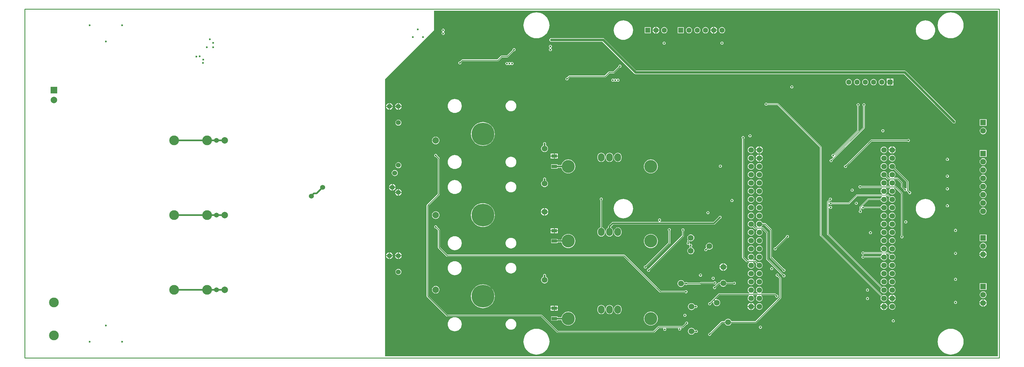
<source format=gbl>
G04 Layer_Physical_Order=4*
G04 Layer_Color=11796480*
%FSLAX43Y43*%
%MOMM*%
G71*
G01*
G75*
%ADD21C,2.000*%
%ADD23R,1.700X1.000*%
%ADD29C,0.250*%
%ADD30C,0.500*%
%ADD33C,0.150*%
%ADD36C,0.254*%
%ADD37O,2.000X2.500*%
%ADD38C,7.000*%
%ADD39C,1.524*%
%ADD40C,3.000*%
%ADD41C,1.600*%
%ADD42R,1.600X1.600*%
%ADD45C,1.700*%
%ADD46R,1.750X1.750*%
%ADD47C,1.750*%
%ADD48C,4.000*%
%ADD49R,2.000X2.000*%
%ADD50R,1.800X1.800*%
%ADD51C,1.800*%
%ADD52C,0.600*%
%ADD69C,0.750*%
G36*
X299500Y500D02*
X110900D01*
Y85900D01*
X126000Y101000D01*
X126000Y107000D01*
X299500D01*
Y500D01*
D02*
G37*
%LPC*%
G36*
X294873Y33042D02*
X294705Y33020D01*
X294431Y32906D01*
X294195Y32725D01*
X294014Y32489D01*
X293900Y32215D01*
X293878Y32047D01*
X294873D01*
Y33042D01*
D02*
G37*
G36*
X286500Y32659D02*
X286324Y32624D01*
X286176Y32524D01*
X286076Y32376D01*
X286041Y32200D01*
X286076Y32024D01*
X286176Y31876D01*
X286324Y31776D01*
X286500Y31741D01*
X286676Y31776D01*
X286824Y31876D01*
X286924Y32024D01*
X286959Y32200D01*
X286924Y32376D01*
X286824Y32524D01*
X286676Y32624D01*
X286500Y32659D01*
D02*
G37*
G36*
X264460Y34629D02*
X264199Y34594D01*
X263956Y34493D01*
X263747Y34333D01*
X263586Y34124D01*
X263486Y33881D01*
X263451Y33620D01*
X263486Y33359D01*
X263586Y33116D01*
X263747Y32907D01*
X263956Y32746D01*
X264057Y32704D01*
X264023Y32529D01*
X258388D01*
X258324Y32624D01*
X258176Y32724D01*
X258000Y32759D01*
X257824Y32724D01*
X257676Y32624D01*
X257576Y32476D01*
X257541Y32300D01*
X257576Y32124D01*
X257676Y31976D01*
X257824Y31876D01*
X258000Y31841D01*
X258176Y31876D01*
X258324Y31976D01*
X258388Y32071D01*
X263821D01*
X263880Y31896D01*
X263747Y31793D01*
X263586Y31584D01*
X263486Y31341D01*
X263482Y31309D01*
X258408D01*
X258344Y31404D01*
X258196Y31504D01*
X258020Y31539D01*
X257844Y31504D01*
X257696Y31404D01*
X257596Y31256D01*
X257561Y31080D01*
X257596Y30904D01*
X257696Y30756D01*
X257844Y30656D01*
X258020Y30621D01*
X258196Y30656D01*
X258344Y30756D01*
X258408Y30851D01*
X263482D01*
X263486Y30819D01*
X263586Y30576D01*
X263747Y30367D01*
X263956Y30206D01*
X264199Y30106D01*
X264460Y30071D01*
X264721Y30106D01*
X264964Y30206D01*
X265173Y30367D01*
X265333Y30576D01*
X265434Y30819D01*
X265469Y31080D01*
X265434Y31341D01*
X265333Y31584D01*
X265173Y31793D01*
X265040Y31896D01*
X265099Y32071D01*
X265685D01*
X266146Y31610D01*
X266126Y31584D01*
X266026Y31341D01*
X265991Y31080D01*
X266026Y30819D01*
X266126Y30576D01*
X266287Y30367D01*
X266496Y30206D01*
X266739Y30106D01*
X267000Y30071D01*
X267261Y30106D01*
X267504Y30206D01*
X267713Y30367D01*
X267874Y30576D01*
X267974Y30819D01*
X268009Y31080D01*
X267974Y31341D01*
X267874Y31584D01*
X267713Y31793D01*
X267504Y31953D01*
X267261Y32054D01*
X267000Y32089D01*
X266739Y32054D01*
X266496Y31953D01*
X266470Y31934D01*
X265942Y32462D01*
X265868Y32512D01*
X265780Y32529D01*
X264897D01*
X264863Y32704D01*
X264964Y32746D01*
X265173Y32907D01*
X265333Y33116D01*
X265434Y33359D01*
X265469Y33620D01*
X265434Y33881D01*
X265333Y34124D01*
X265173Y34333D01*
X264964Y34493D01*
X264721Y34594D01*
X264460Y34629D01*
D02*
G37*
G36*
X295127Y33042D02*
Y32047D01*
X296122D01*
X296100Y32215D01*
X295986Y32489D01*
X295805Y32725D01*
X295569Y32906D01*
X295295Y33020D01*
X295127Y33042D01*
D02*
G37*
G36*
X114873Y32508D02*
X114735Y32490D01*
X114488Y32387D01*
X114275Y32225D01*
X114113Y32012D01*
X114010Y31765D01*
X113992Y31627D01*
X114873D01*
Y32508D01*
D02*
G37*
G36*
X112123Y32508D02*
X111985Y32490D01*
X111738Y32387D01*
X111525Y32225D01*
X111363Y32012D01*
X111260Y31765D01*
X111242Y31627D01*
X112123D01*
Y32508D01*
D02*
G37*
G36*
X112377Y32508D02*
Y31627D01*
X113258D01*
X113240Y31765D01*
X113137Y32012D01*
X112975Y32225D01*
X112762Y32387D01*
X112515Y32490D01*
X112377Y32508D01*
D02*
G37*
G36*
X115127Y32508D02*
Y31627D01*
X116008D01*
X115990Y31765D01*
X115887Y32012D01*
X115725Y32225D01*
X115512Y32387D01*
X115265Y32490D01*
X115127Y32508D01*
D02*
G37*
G36*
X295000Y35494D02*
X294732Y35459D01*
X294483Y35355D01*
X294269Y35191D01*
X294105Y34977D01*
X294001Y34728D01*
X293966Y34460D01*
X294001Y34192D01*
X294105Y33943D01*
X294269Y33729D01*
X294483Y33565D01*
X294732Y33461D01*
X295000Y33426D01*
X295268Y33461D01*
X295517Y33565D01*
X295731Y33729D01*
X295895Y33943D01*
X295999Y34192D01*
X296034Y34460D01*
X295999Y34728D01*
X295895Y34977D01*
X295731Y35191D01*
X295517Y35355D01*
X295268Y35459D01*
X295000Y35494D01*
D02*
G37*
G36*
X210700Y35459D02*
X210426Y35423D01*
X210170Y35317D01*
X209951Y35149D01*
X209783Y34930D01*
X209677Y34674D01*
X209641Y34400D01*
X209677Y34126D01*
X209744Y33965D01*
X209701Y33893D01*
X209625Y33804D01*
X209474Y33774D01*
X209326Y33674D01*
X209226Y33526D01*
X209191Y33350D01*
X209226Y33174D01*
X209326Y33026D01*
X209474Y32926D01*
X209650Y32891D01*
X209826Y32926D01*
X209974Y33026D01*
X210074Y33174D01*
X210104Y33325D01*
X210193Y33401D01*
X210265Y33444D01*
X210426Y33377D01*
X210700Y33341D01*
X210974Y33377D01*
X211230Y33483D01*
X211449Y33651D01*
X211617Y33870D01*
X211723Y34126D01*
X211759Y34400D01*
X211723Y34674D01*
X211617Y34930D01*
X211449Y35149D01*
X211230Y35317D01*
X210974Y35423D01*
X210700Y35459D01*
D02*
G37*
G36*
X192700Y38160D02*
X192279Y38119D01*
X191873Y37996D01*
X191500Y37796D01*
X191172Y37528D01*
X190904Y37200D01*
X190704Y36827D01*
X190581Y36421D01*
X190540Y36000D01*
X190581Y35579D01*
X190704Y35173D01*
X190904Y34800D01*
X191172Y34472D01*
X191500Y34204D01*
X191873Y34004D01*
X192279Y33881D01*
X192700Y33840D01*
X193121Y33881D01*
X193527Y34004D01*
X193900Y34204D01*
X194228Y34472D01*
X194496Y34800D01*
X194696Y35173D01*
X194819Y35579D01*
X194860Y36000D01*
X194819Y36421D01*
X194696Y36827D01*
X194496Y37200D01*
X194228Y37528D01*
X193900Y37796D01*
X193527Y37996D01*
X193121Y38119D01*
X192700Y38160D01*
D02*
G37*
G36*
X149650Y37008D02*
X149327Y36976D01*
X149016Y36882D01*
X148729Y36729D01*
X148478Y36522D01*
X148271Y36271D01*
X148118Y35984D01*
X148024Y35673D01*
X147992Y35350D01*
X148024Y35027D01*
X148118Y34716D01*
X148271Y34429D01*
X148478Y34178D01*
X148729Y33971D01*
X149016Y33818D01*
X149327Y33724D01*
X149650Y33692D01*
X149973Y33724D01*
X150284Y33818D01*
X150571Y33971D01*
X150822Y34178D01*
X151029Y34429D01*
X151182Y34716D01*
X151276Y35027D01*
X151308Y35350D01*
X151276Y35673D01*
X151182Y35984D01*
X151029Y36271D01*
X150822Y36522D01*
X150571Y36729D01*
X150284Y36882D01*
X149973Y36976D01*
X149650Y37008D01*
D02*
G37*
G36*
X226100Y34629D02*
X225839Y34594D01*
X225596Y34493D01*
X225387Y34333D01*
X225227Y34124D01*
X225126Y33881D01*
X225091Y33620D01*
X225126Y33359D01*
X225227Y33116D01*
X225387Y32907D01*
X225596Y32746D01*
X225839Y32646D01*
X226100Y32611D01*
X226361Y32646D01*
X226604Y32746D01*
X226813Y32907D01*
X226973Y33116D01*
X227074Y33359D01*
X227109Y33620D01*
X227074Y33881D01*
X226973Y34124D01*
X226813Y34333D01*
X226604Y34493D01*
X226361Y34594D01*
X226100Y34629D01*
D02*
G37*
G36*
X223560D02*
X223299Y34594D01*
X223056Y34493D01*
X222847Y34333D01*
X222686Y34124D01*
X222586Y33881D01*
X222551Y33620D01*
X222586Y33359D01*
X222686Y33116D01*
X222847Y32907D01*
X223056Y32746D01*
X223299Y32646D01*
X223560Y32611D01*
X223821Y32646D01*
X224064Y32746D01*
X224273Y32907D01*
X224433Y33116D01*
X224534Y33359D01*
X224569Y33620D01*
X224534Y33881D01*
X224433Y34124D01*
X224273Y34333D01*
X224064Y34493D01*
X223821Y34594D01*
X223560Y34629D01*
D02*
G37*
G36*
X132350Y37510D02*
X131929Y37469D01*
X131523Y37346D01*
X131150Y37146D01*
X130822Y36878D01*
X130554Y36550D01*
X130354Y36177D01*
X130231Y35771D01*
X130190Y35350D01*
X130231Y34929D01*
X130354Y34523D01*
X130554Y34150D01*
X130822Y33822D01*
X131150Y33554D01*
X131523Y33354D01*
X131929Y33231D01*
X132350Y33190D01*
X132771Y33231D01*
X133177Y33354D01*
X133550Y33554D01*
X133878Y33822D01*
X134146Y34150D01*
X134346Y34523D01*
X134469Y34929D01*
X134510Y35350D01*
X134469Y35771D01*
X134346Y36177D01*
X134146Y36550D01*
X133878Y36878D01*
X133550Y37146D01*
X133177Y37346D01*
X132771Y37469D01*
X132350Y37510D01*
D02*
G37*
G36*
X267000Y34629D02*
X266739Y34594D01*
X266496Y34493D01*
X266287Y34333D01*
X266126Y34124D01*
X266026Y33881D01*
X265991Y33620D01*
X266026Y33359D01*
X266126Y33116D01*
X266287Y32907D01*
X266496Y32746D01*
X266739Y32646D01*
X267000Y32611D01*
X267261Y32646D01*
X267504Y32746D01*
X267713Y32907D01*
X267874Y33116D01*
X267974Y33359D01*
X268009Y33620D01*
X267974Y33881D01*
X267874Y34124D01*
X267713Y34333D01*
X267504Y34493D01*
X267261Y34594D01*
X267000Y34629D01*
D02*
G37*
G36*
X296122Y31793D02*
X295127D01*
Y30798D01*
X295295Y30820D01*
X295569Y30934D01*
X295805Y31115D01*
X295986Y31351D01*
X296100Y31625D01*
X296122Y31793D01*
D02*
G37*
G36*
X264460Y29549D02*
X264199Y29514D01*
X263956Y29413D01*
X263747Y29253D01*
X263586Y29044D01*
X263486Y28801D01*
X263451Y28540D01*
X263486Y28279D01*
X263586Y28036D01*
X263747Y27827D01*
X263956Y27667D01*
X264199Y27566D01*
X264460Y27531D01*
X264721Y27566D01*
X264964Y27667D01*
X265173Y27827D01*
X265333Y28036D01*
X265434Y28279D01*
X265469Y28540D01*
X265434Y28801D01*
X265333Y29044D01*
X265173Y29253D01*
X264964Y29413D01*
X264721Y29514D01*
X264460Y29549D01*
D02*
G37*
G36*
X221100Y68359D02*
X220924Y68324D01*
X220776Y68224D01*
X220676Y68076D01*
X220641Y67900D01*
X220676Y67724D01*
X220776Y67576D01*
X220820Y67546D01*
Y31000D01*
X220841Y30893D01*
X220902Y30802D01*
X222102Y29602D01*
X222193Y29541D01*
X222300Y29520D01*
X222907D01*
X222966Y29345D01*
X222847Y29253D01*
X222686Y29044D01*
X222586Y28801D01*
X222551Y28540D01*
X222586Y28279D01*
X222686Y28036D01*
X222847Y27827D01*
X223056Y27667D01*
X223299Y27566D01*
X223560Y27531D01*
X223821Y27566D01*
X224064Y27667D01*
X224273Y27827D01*
X224433Y28036D01*
X224534Y28279D01*
X224569Y28540D01*
X224534Y28801D01*
X224433Y29044D01*
X224273Y29253D01*
X224154Y29345D01*
X224213Y29520D01*
X224724D01*
X225218Y29025D01*
X225126Y28801D01*
X225091Y28540D01*
X225126Y28279D01*
X225227Y28036D01*
X225387Y27827D01*
X225596Y27667D01*
X225839Y27566D01*
X226100Y27531D01*
X226361Y27566D01*
X226604Y27667D01*
X226813Y27827D01*
X226973Y28036D01*
X227074Y28279D01*
X227109Y28540D01*
X227074Y28801D01*
X226973Y29044D01*
X226813Y29253D01*
X226604Y29413D01*
X226361Y29514D01*
X226100Y29549D01*
X225839Y29514D01*
X225615Y29421D01*
X225038Y29998D01*
X224947Y30059D01*
X224840Y30080D01*
X224187D01*
X224128Y30255D01*
X224273Y30367D01*
X224433Y30576D01*
X224534Y30819D01*
X224569Y31080D01*
X224534Y31341D01*
X224433Y31584D01*
X224273Y31793D01*
X224064Y31953D01*
X223821Y32054D01*
X223560Y32089D01*
X223299Y32054D01*
X223056Y31953D01*
X222847Y31793D01*
X222686Y31584D01*
X222586Y31341D01*
X222551Y31080D01*
X222586Y30819D01*
X222686Y30576D01*
X222847Y30367D01*
X222992Y30255D01*
X222933Y30080D01*
X222416D01*
X221380Y31116D01*
Y67546D01*
X221424Y67576D01*
X221524Y67724D01*
X221559Y67900D01*
X221524Y68076D01*
X221424Y68224D01*
X221276Y68324D01*
X221100Y68359D01*
D02*
G37*
G36*
X214873Y29147D02*
X214699Y29124D01*
X214418Y29008D01*
X214177Y28823D01*
X213992Y28582D01*
X213876Y28301D01*
X213853Y28127D01*
X214873D01*
Y29147D01*
D02*
G37*
G36*
X267000Y29549D02*
X266739Y29514D01*
X266496Y29413D01*
X266287Y29253D01*
X266126Y29044D01*
X266026Y28801D01*
X265991Y28540D01*
X266026Y28279D01*
X266126Y28036D01*
X266287Y27827D01*
X266496Y27667D01*
X266739Y27566D01*
X267000Y27531D01*
X267261Y27566D01*
X267504Y27667D01*
X267713Y27827D01*
X267874Y28036D01*
X267974Y28279D01*
X268009Y28540D01*
X267974Y28801D01*
X267874Y29044D01*
X267713Y29253D01*
X267504Y29413D01*
X267261Y29514D01*
X267000Y29549D01*
D02*
G37*
G36*
X216147Y27873D02*
X215127D01*
Y26853D01*
X215301Y26876D01*
X215582Y26992D01*
X215823Y27177D01*
X216008Y27418D01*
X216124Y27699D01*
X216147Y27873D01*
D02*
G37*
G36*
X214873D02*
X213853D01*
X213876Y27699D01*
X213992Y27418D01*
X214177Y27177D01*
X214418Y26992D01*
X214699Y26876D01*
X214873Y26853D01*
Y27873D01*
D02*
G37*
G36*
X202600Y39859D02*
X202424Y39824D01*
X202276Y39724D01*
X202176Y39576D01*
X202141Y39400D01*
X202176Y39224D01*
X202276Y39076D01*
X202320Y39046D01*
Y37716D01*
X192052Y27448D01*
X192000Y27459D01*
X191824Y27424D01*
X191676Y27324D01*
X191576Y27176D01*
X191541Y27000D01*
X191576Y26824D01*
X191676Y26676D01*
X191824Y26576D01*
X192000Y26541D01*
X192176Y26576D01*
X192324Y26676D01*
X192424Y26824D01*
X192459Y27000D01*
X192448Y27052D01*
X202798Y37402D01*
X202859Y37493D01*
X202880Y37600D01*
Y39046D01*
X202924Y39076D01*
X203024Y39224D01*
X203059Y39400D01*
X203024Y39576D01*
X202924Y39724D01*
X202776Y39824D01*
X202600Y39859D01*
D02*
G37*
G36*
X229900Y27959D02*
X229724Y27924D01*
X229576Y27824D01*
X229476Y27676D01*
X229441Y27500D01*
X229476Y27324D01*
X229576Y27176D01*
X229724Y27076D01*
X229900Y27041D01*
X230076Y27076D01*
X230224Y27176D01*
X230324Y27324D01*
X230359Y27500D01*
X230324Y27676D01*
X230224Y27824D01*
X230076Y27924D01*
X229900Y27959D01*
D02*
G37*
G36*
X114873Y31373D02*
X113992D01*
X114010Y31235D01*
X114113Y30988D01*
X114275Y30775D01*
X114488Y30613D01*
X114735Y30510D01*
X114873Y30492D01*
Y31373D01*
D02*
G37*
G36*
X116008D02*
X115127D01*
Y30492D01*
X115265Y30510D01*
X115512Y30613D01*
X115725Y30775D01*
X115887Y30988D01*
X115990Y31235D01*
X116008Y31373D01*
D02*
G37*
G36*
X294873Y31793D02*
X293878D01*
X293900Y31625D01*
X294014Y31351D01*
X294195Y31115D01*
X294431Y30934D01*
X294705Y30820D01*
X294873Y30798D01*
Y31793D01*
D02*
G37*
G36*
X113258Y31373D02*
X112377D01*
Y30492D01*
X112515Y30510D01*
X112762Y30613D01*
X112975Y30775D01*
X113137Y30988D01*
X113240Y31235D01*
X113258Y31373D01*
D02*
G37*
G36*
X198400Y39959D02*
X198224Y39924D01*
X198076Y39824D01*
X197976Y39676D01*
X197941Y39500D01*
X197976Y39324D01*
X198076Y39176D01*
X198120Y39146D01*
Y35516D01*
X191052Y28448D01*
X191000Y28459D01*
X190824Y28424D01*
X190676Y28324D01*
X190576Y28176D01*
X190541Y28000D01*
X190576Y27824D01*
X190676Y27676D01*
X190824Y27576D01*
X191000Y27541D01*
X191176Y27576D01*
X191324Y27676D01*
X191424Y27824D01*
X191459Y28000D01*
X191448Y28052D01*
X198598Y35202D01*
X198659Y35293D01*
X198680Y35400D01*
Y39146D01*
X198724Y39176D01*
X198824Y39324D01*
X198859Y39500D01*
X198824Y39676D01*
X198724Y39824D01*
X198576Y39924D01*
X198400Y39959D01*
D02*
G37*
G36*
X215127Y29147D02*
Y28127D01*
X216147D01*
X216124Y28301D01*
X216008Y28582D01*
X215823Y28823D01*
X215582Y29008D01*
X215301Y29124D01*
X215127Y29147D01*
D02*
G37*
G36*
X112123Y31373D02*
X111242D01*
X111260Y31235D01*
X111363Y30988D01*
X111525Y30775D01*
X111738Y30613D01*
X111985Y30510D01*
X112123Y30492D01*
Y31373D01*
D02*
G37*
G36*
X226100Y32089D02*
X225839Y32054D01*
X225596Y31953D01*
X225387Y31793D01*
X225227Y31584D01*
X225126Y31341D01*
X225091Y31080D01*
X225126Y30819D01*
X225227Y30576D01*
X225387Y30367D01*
X225596Y30206D01*
X225839Y30106D01*
X226100Y30071D01*
X226361Y30106D01*
X226604Y30206D01*
X226813Y30367D01*
X226973Y30576D01*
X227074Y30819D01*
X227109Y31080D01*
X227074Y31341D01*
X226973Y31584D01*
X226813Y31793D01*
X226604Y31953D01*
X226361Y32054D01*
X226100Y32089D01*
D02*
G37*
G36*
X141000Y47661D02*
X140427Y47616D01*
X139869Y47482D01*
X139338Y47262D01*
X138848Y46962D01*
X138411Y46589D01*
X138038Y46152D01*
X137738Y45662D01*
X137518Y45131D01*
X137384Y44573D01*
X137339Y44000D01*
X137384Y43427D01*
X137518Y42869D01*
X137738Y42338D01*
X138038Y41848D01*
X138411Y41411D01*
X138848Y41038D01*
X139338Y40738D01*
X139869Y40518D01*
X140427Y40384D01*
X141000Y40339D01*
X141573Y40384D01*
X142131Y40518D01*
X142662Y40738D01*
X143152Y41038D01*
X143589Y41411D01*
X143962Y41848D01*
X144262Y42338D01*
X144482Y42869D01*
X144616Y43427D01*
X144661Y44000D01*
X144616Y44573D01*
X144482Y45131D01*
X144262Y45662D01*
X143962Y46152D01*
X143589Y46589D01*
X143152Y46962D01*
X142662Y47262D01*
X142131Y47482D01*
X141573Y47616D01*
X141000Y47661D01*
D02*
G37*
G36*
X226100Y42249D02*
X225839Y42214D01*
X225596Y42113D01*
X225387Y41953D01*
X225227Y41744D01*
X225126Y41501D01*
X225091Y41240D01*
X225126Y40979D01*
X225227Y40736D01*
X225387Y40527D01*
X225480Y40455D01*
X225420Y40280D01*
X224916D01*
X224441Y40755D01*
X224534Y40979D01*
X224569Y41240D01*
X224534Y41501D01*
X224433Y41744D01*
X224273Y41953D01*
X224064Y42113D01*
X223821Y42214D01*
X223560Y42249D01*
X223299Y42214D01*
X223056Y42113D01*
X222847Y41953D01*
X222686Y41744D01*
X222586Y41501D01*
X222551Y41240D01*
X222586Y40979D01*
X222686Y40736D01*
X222847Y40527D01*
X223056Y40367D01*
X223299Y40266D01*
X223560Y40231D01*
X223821Y40266D01*
X224045Y40358D01*
X224602Y39802D01*
X224693Y39741D01*
X224800Y39720D01*
X225513D01*
X225519Y39710D01*
X225558Y39545D01*
X225387Y39413D01*
X225227Y39204D01*
X225126Y38961D01*
X225091Y38700D01*
X225126Y38439D01*
X225227Y38196D01*
X225387Y37987D01*
X225596Y37826D01*
X225839Y37726D01*
X226100Y37691D01*
X226361Y37726D01*
X226604Y37826D01*
X226813Y37987D01*
X226973Y38196D01*
X227074Y38439D01*
X227109Y38700D01*
X227074Y38961D01*
X226973Y39204D01*
X226813Y39413D01*
X226642Y39545D01*
X226681Y39710D01*
X226687Y39720D01*
X226984D01*
X228220Y38484D01*
Y30500D01*
X228241Y30393D01*
X228302Y30302D01*
X233252Y25352D01*
X233241Y25300D01*
X233276Y25124D01*
X233376Y24976D01*
X233524Y24876D01*
X233700Y24841D01*
X233876Y24876D01*
X234024Y24976D01*
X234124Y25124D01*
X234159Y25300D01*
X234124Y25476D01*
X234024Y25624D01*
X233876Y25724D01*
X233700Y25759D01*
X233648Y25748D01*
X228780Y30616D01*
Y38600D01*
X228759Y38707D01*
X228698Y38798D01*
X227298Y40198D01*
X227207Y40259D01*
X227100Y40280D01*
X226780D01*
X226720Y40455D01*
X226813Y40527D01*
X226973Y40736D01*
X227066Y40960D01*
X227744D01*
X229420Y39284D01*
Y31000D01*
X229441Y30893D01*
X229502Y30802D01*
X233252Y27052D01*
X233241Y27000D01*
X233276Y26824D01*
X233376Y26676D01*
X233524Y26576D01*
X233700Y26541D01*
X233876Y26576D01*
X234024Y26676D01*
X234124Y26824D01*
X234159Y27000D01*
X234124Y27176D01*
X234024Y27324D01*
X233876Y27424D01*
X233700Y27459D01*
X233648Y27448D01*
X229980Y31116D01*
Y39400D01*
X229959Y39507D01*
X229898Y39598D01*
X228058Y41438D01*
X227967Y41499D01*
X227860Y41520D01*
X227066D01*
X226973Y41744D01*
X226813Y41953D01*
X226604Y42113D01*
X226361Y42214D01*
X226100Y42249D01*
D02*
G37*
G36*
X214000Y43759D02*
X213824Y43724D01*
X213676Y43624D01*
X213576Y43476D01*
X213570Y43447D01*
X212031Y41908D01*
X195669D01*
X195584Y42070D01*
X195586Y42083D01*
X195724Y42176D01*
X195824Y42324D01*
X195859Y42500D01*
X195824Y42676D01*
X195724Y42824D01*
X195576Y42924D01*
X195400Y42959D01*
X195224Y42924D01*
X195076Y42824D01*
X194976Y42676D01*
X194941Y42500D01*
X194976Y42324D01*
X195076Y42176D01*
X195214Y42083D01*
X195216Y42070D01*
X195131Y41908D01*
X181000D01*
X181000Y41908D01*
X180844Y41877D01*
X180712Y41788D01*
X179712Y40788D01*
X179623Y40656D01*
X179592Y40500D01*
X179592Y40500D01*
Y40126D01*
X179420Y40055D01*
X179180Y39870D01*
X178995Y39630D01*
X178880Y39350D01*
X178840Y39050D01*
Y38550D01*
X178880Y38250D01*
X178995Y37970D01*
X179180Y37730D01*
X179420Y37545D01*
X179700Y37430D01*
X180000Y37390D01*
X180300Y37430D01*
X180580Y37545D01*
X180820Y37730D01*
X181005Y37970D01*
X181120Y38250D01*
X181160Y38550D01*
Y39050D01*
X181120Y39350D01*
X181005Y39630D01*
X180820Y39870D01*
X180580Y40055D01*
X180408Y40126D01*
Y40331D01*
X181169Y41092D01*
X212200D01*
X212200Y41092D01*
X212356Y41123D01*
X212488Y41212D01*
X214147Y42870D01*
X214176Y42876D01*
X214324Y42976D01*
X214424Y43124D01*
X214459Y43300D01*
X214424Y43476D01*
X214324Y43624D01*
X214176Y43724D01*
X214000Y43759D01*
D02*
G37*
G36*
X271200Y42359D02*
X271024Y42324D01*
X270876Y42224D01*
X270776Y42076D01*
X270741Y41900D01*
X270776Y41724D01*
X270876Y41576D01*
X271024Y41476D01*
X271200Y41441D01*
X271376Y41476D01*
X271524Y41576D01*
X271624Y41724D01*
X271659Y41900D01*
X271624Y42076D01*
X271524Y42224D01*
X271376Y42324D01*
X271200Y42359D01*
D02*
G37*
G36*
X164104Y39954D02*
X163127D01*
Y39327D01*
X164104D01*
Y39954D01*
D02*
G37*
G36*
X162873D02*
X161896D01*
Y39327D01*
X162873D01*
Y39954D01*
D02*
G37*
G36*
X267000Y42249D02*
X266739Y42214D01*
X266496Y42113D01*
X266287Y41953D01*
X266126Y41744D01*
X266026Y41501D01*
X265991Y41240D01*
X266026Y40979D01*
X266126Y40736D01*
X266287Y40527D01*
X266496Y40367D01*
X266739Y40266D01*
X267000Y40231D01*
X267261Y40266D01*
X267504Y40367D01*
X267713Y40527D01*
X267874Y40736D01*
X267974Y40979D01*
X268009Y41240D01*
X267974Y41501D01*
X267874Y41744D01*
X267713Y41953D01*
X267504Y42113D01*
X267261Y42214D01*
X267000Y42249D01*
D02*
G37*
G36*
X264460D02*
X264199Y42214D01*
X263956Y42113D01*
X263747Y41953D01*
X263586Y41744D01*
X263486Y41501D01*
X263451Y41240D01*
X263486Y40979D01*
X263586Y40736D01*
X263747Y40527D01*
X263956Y40367D01*
X264199Y40266D01*
X264460Y40231D01*
X264721Y40266D01*
X264964Y40367D01*
X265173Y40527D01*
X265333Y40736D01*
X265434Y40979D01*
X265469Y41240D01*
X265434Y41501D01*
X265333Y41744D01*
X265173Y41953D01*
X264964Y42113D01*
X264721Y42214D01*
X264460Y42249D01*
D02*
G37*
G36*
X184250Y48986D02*
X183783Y48949D01*
X183327Y48840D01*
X182894Y48661D01*
X182495Y48416D01*
X182138Y48112D01*
X181834Y47755D01*
X181589Y47356D01*
X181410Y46923D01*
X181301Y46467D01*
X181264Y46000D01*
X181301Y45533D01*
X181410Y45077D01*
X181589Y44644D01*
X181834Y44245D01*
X182138Y43888D01*
X182495Y43584D01*
X182894Y43339D01*
X183327Y43160D01*
X183783Y43051D01*
X184250Y43014D01*
X184717Y43051D01*
X185173Y43160D01*
X185606Y43339D01*
X186005Y43584D01*
X186362Y43888D01*
X186666Y44245D01*
X186911Y44644D01*
X187090Y45077D01*
X187199Y45533D01*
X187236Y46000D01*
X187199Y46467D01*
X187090Y46923D01*
X186911Y47356D01*
X186666Y47755D01*
X186362Y48112D01*
X186005Y48416D01*
X185606Y48661D01*
X185173Y48840D01*
X184717Y48949D01*
X184250Y48986D01*
D02*
G37*
G36*
X126500Y45160D02*
X126200Y45120D01*
X125920Y45005D01*
X125680Y44820D01*
X125495Y44580D01*
X125380Y44300D01*
X125340Y44000D01*
X125380Y43700D01*
X125495Y43420D01*
X125680Y43180D01*
X125920Y42995D01*
X126200Y42880D01*
X126500Y42840D01*
X126800Y42880D01*
X127080Y42995D01*
X127320Y43180D01*
X127505Y43420D01*
X127620Y43700D01*
X127660Y44000D01*
X127620Y44300D01*
X127505Y44580D01*
X127320Y44820D01*
X127080Y45005D01*
X126800Y45120D01*
X126500Y45160D01*
D02*
G37*
G36*
X159873Y44873D02*
X158853D01*
X158876Y44699D01*
X158992Y44418D01*
X159177Y44177D01*
X159418Y43992D01*
X159699Y43876D01*
X159873Y43853D01*
Y44873D01*
D02*
G37*
G36*
X277250Y48986D02*
X276783Y48949D01*
X276327Y48840D01*
X275894Y48661D01*
X275495Y48416D01*
X275138Y48112D01*
X274834Y47755D01*
X274589Y47356D01*
X274410Y46923D01*
X274301Y46467D01*
X274264Y46000D01*
X274301Y45533D01*
X274410Y45077D01*
X274589Y44644D01*
X274834Y44245D01*
X275138Y43888D01*
X275495Y43584D01*
X275894Y43339D01*
X276327Y43160D01*
X276783Y43051D01*
X277250Y43014D01*
X277717Y43051D01*
X278173Y43160D01*
X278606Y43339D01*
X279005Y43584D01*
X279362Y43888D01*
X279666Y44245D01*
X279911Y44644D01*
X280090Y45077D01*
X280199Y45533D01*
X280236Y46000D01*
X280199Y46467D01*
X280090Y46923D01*
X279911Y47356D01*
X279666Y47755D01*
X279362Y48112D01*
X279005Y48416D01*
X278606Y48661D01*
X278173Y48840D01*
X277717Y48949D01*
X277250Y48986D01*
D02*
G37*
G36*
X226100Y44789D02*
X225839Y44754D01*
X225596Y44653D01*
X225387Y44493D01*
X225227Y44284D01*
X225126Y44041D01*
X225091Y43780D01*
X225126Y43519D01*
X225227Y43276D01*
X225387Y43067D01*
X225596Y42907D01*
X225839Y42806D01*
X226100Y42771D01*
X226361Y42806D01*
X226604Y42907D01*
X226813Y43067D01*
X226973Y43276D01*
X227074Y43519D01*
X227109Y43780D01*
X227074Y44041D01*
X226973Y44284D01*
X226813Y44493D01*
X226604Y44653D01*
X226361Y44754D01*
X226100Y44789D01*
D02*
G37*
G36*
X223560D02*
X223299Y44754D01*
X223056Y44653D01*
X222847Y44493D01*
X222686Y44284D01*
X222586Y44041D01*
X222551Y43780D01*
X222586Y43519D01*
X222686Y43276D01*
X222847Y43067D01*
X223056Y42907D01*
X223299Y42806D01*
X223560Y42771D01*
X223821Y42806D01*
X224064Y42907D01*
X224273Y43067D01*
X224433Y43276D01*
X224534Y43519D01*
X224569Y43780D01*
X224534Y44041D01*
X224433Y44284D01*
X224273Y44493D01*
X224064Y44653D01*
X223821Y44754D01*
X223560Y44789D01*
D02*
G37*
G36*
X267000D02*
X266739Y44754D01*
X266496Y44653D01*
X266287Y44493D01*
X266126Y44284D01*
X266026Y44041D01*
X265991Y43780D01*
X266026Y43519D01*
X266126Y43276D01*
X266287Y43067D01*
X266496Y42907D01*
X266739Y42806D01*
X267000Y42771D01*
X267261Y42806D01*
X267504Y42907D01*
X267713Y43067D01*
X267874Y43276D01*
X267974Y43519D01*
X268009Y43780D01*
X267974Y44041D01*
X267874Y44284D01*
X267713Y44493D01*
X267504Y44653D01*
X267261Y44754D01*
X267000Y44789D01*
D02*
G37*
G36*
X264460D02*
X264199Y44754D01*
X263956Y44653D01*
X263747Y44493D01*
X263586Y44284D01*
X263486Y44041D01*
X263451Y43780D01*
X263486Y43519D01*
X263586Y43276D01*
X263747Y43067D01*
X263956Y42907D01*
X264199Y42806D01*
X264460Y42771D01*
X264721Y42806D01*
X264964Y42907D01*
X265173Y43067D01*
X265333Y43276D01*
X265434Y43519D01*
X265469Y43780D01*
X265434Y44041D01*
X265333Y44284D01*
X265173Y44493D01*
X264964Y44653D01*
X264721Y44754D01*
X264460Y44789D01*
D02*
G37*
G36*
X286500Y39759D02*
X286324Y39724D01*
X286176Y39624D01*
X286076Y39476D01*
X286041Y39300D01*
X286076Y39124D01*
X286176Y38976D01*
X286324Y38876D01*
X286500Y38841D01*
X286676Y38876D01*
X286824Y38976D01*
X286924Y39124D01*
X286959Y39300D01*
X286924Y39476D01*
X286824Y39624D01*
X286676Y39724D01*
X286500Y39759D01*
D02*
G37*
G36*
X296025Y38025D02*
X293975D01*
Y35975D01*
X296025D01*
Y38025D01*
D02*
G37*
G36*
X205000Y38059D02*
X204726Y38023D01*
X204470Y37917D01*
X204251Y37749D01*
X204083Y37530D01*
X203977Y37274D01*
X203941Y37000D01*
X203977Y36726D01*
X204080Y36477D01*
X204002Y36398D01*
X203941Y36307D01*
X203920Y36200D01*
Y35654D01*
X203876Y35624D01*
X203776Y35476D01*
X203741Y35300D01*
X203776Y35124D01*
X203876Y34976D01*
X204024Y34876D01*
X204200Y34841D01*
X204376Y34876D01*
X204428Y34911D01*
X204499Y34870D01*
X204570Y34796D01*
X204541Y34650D01*
X204576Y34474D01*
X204676Y34326D01*
X204720Y34296D01*
Y34020D01*
X204470Y33917D01*
X204251Y33749D01*
X204083Y33530D01*
X203977Y33274D01*
X203941Y33000D01*
X203977Y32726D01*
X204083Y32470D01*
X204251Y32251D01*
X204470Y32083D01*
X204726Y31977D01*
X205000Y31941D01*
X205274Y31977D01*
X205530Y32083D01*
X205749Y32251D01*
X205917Y32470D01*
X206023Y32726D01*
X206059Y33000D01*
X206023Y33274D01*
X205917Y33530D01*
X205749Y33749D01*
X205530Y33917D01*
X205280Y34020D01*
Y34296D01*
X205324Y34326D01*
X205424Y34474D01*
X205459Y34650D01*
X205424Y34826D01*
X205324Y34974D01*
X205176Y35074D01*
X205000Y35109D01*
X204824Y35074D01*
X204772Y35039D01*
X204701Y35080D01*
X204630Y35154D01*
X204659Y35300D01*
X204624Y35476D01*
X204524Y35624D01*
X204480Y35654D01*
Y35921D01*
X204626Y36018D01*
X204726Y35977D01*
X205000Y35941D01*
X205274Y35977D01*
X205530Y36083D01*
X205749Y36251D01*
X205917Y36470D01*
X206023Y36726D01*
X206059Y37000D01*
X206023Y37274D01*
X205917Y37530D01*
X205749Y37749D01*
X205530Y37917D01*
X205274Y38023D01*
X205000Y38059D01*
D02*
G37*
G36*
X234760Y37859D02*
X234584Y37824D01*
X234436Y37724D01*
X234336Y37576D01*
X234301Y37400D01*
X234312Y37348D01*
X231032Y34068D01*
X230980Y34079D01*
X230804Y34044D01*
X230656Y33944D01*
X230556Y33796D01*
X230521Y33620D01*
X230556Y33444D01*
X230656Y33296D01*
X230804Y33196D01*
X230980Y33161D01*
X231156Y33196D01*
X231304Y33296D01*
X231404Y33444D01*
X231439Y33620D01*
X231428Y33672D01*
X234708Y36952D01*
X234760Y36941D01*
X234936Y36976D01*
X235084Y37076D01*
X235184Y37224D01*
X235219Y37400D01*
X235184Y37576D01*
X235084Y37724D01*
X234936Y37824D01*
X234760Y37859D01*
D02*
G37*
G36*
X167300Y38160D02*
X166879Y38119D01*
X166473Y37996D01*
X166100Y37796D01*
X165772Y37528D01*
X165504Y37200D01*
X165304Y36827D01*
X165181Y36421D01*
X165180Y36408D01*
X164000D01*
Y36650D01*
X162000D01*
Y35350D01*
X164000D01*
Y35592D01*
X165180D01*
X165181Y35579D01*
X165304Y35173D01*
X165504Y34800D01*
X165772Y34472D01*
X166100Y34204D01*
X166473Y34004D01*
X166879Y33881D01*
X167300Y33840D01*
X167721Y33881D01*
X168127Y34004D01*
X168500Y34204D01*
X168828Y34472D01*
X169096Y34800D01*
X169296Y35173D01*
X169419Y35579D01*
X169460Y36000D01*
X169419Y36421D01*
X169296Y36827D01*
X169096Y37200D01*
X168828Y37528D01*
X168500Y37796D01*
X168127Y37996D01*
X167721Y38119D01*
X167300Y38160D01*
D02*
G37*
G36*
X226100Y37169D02*
X225839Y37134D01*
X225596Y37033D01*
X225387Y36873D01*
X225227Y36664D01*
X225126Y36421D01*
X225091Y36160D01*
X225126Y35899D01*
X225227Y35656D01*
X225387Y35447D01*
X225596Y35286D01*
X225839Y35186D01*
X226100Y35151D01*
X226361Y35186D01*
X226604Y35286D01*
X226813Y35447D01*
X226973Y35656D01*
X227074Y35899D01*
X227109Y36160D01*
X227074Y36421D01*
X226973Y36664D01*
X226813Y36873D01*
X226604Y37033D01*
X226361Y37134D01*
X226100Y37169D01*
D02*
G37*
G36*
X223560D02*
X223299Y37134D01*
X223056Y37033D01*
X222847Y36873D01*
X222686Y36664D01*
X222586Y36421D01*
X222551Y36160D01*
X222586Y35899D01*
X222686Y35656D01*
X222847Y35447D01*
X223056Y35286D01*
X223299Y35186D01*
X223560Y35151D01*
X223821Y35186D01*
X224064Y35286D01*
X224273Y35447D01*
X224433Y35656D01*
X224534Y35899D01*
X224569Y36160D01*
X224534Y36421D01*
X224433Y36664D01*
X224273Y36873D01*
X224064Y37033D01*
X223821Y37134D01*
X223560Y37169D01*
D02*
G37*
G36*
X267000D02*
X266739Y37134D01*
X266496Y37033D01*
X266287Y36873D01*
X266126Y36664D01*
X266026Y36421D01*
X265991Y36160D01*
X266026Y35899D01*
X266126Y35656D01*
X266287Y35447D01*
X266496Y35286D01*
X266739Y35186D01*
X267000Y35151D01*
X267261Y35186D01*
X267504Y35286D01*
X267713Y35447D01*
X267874Y35656D01*
X267974Y35899D01*
X268009Y36160D01*
X267974Y36421D01*
X267874Y36664D01*
X267713Y36873D01*
X267504Y37033D01*
X267261Y37134D01*
X267000Y37169D01*
D02*
G37*
G36*
X264460D02*
X264199Y37134D01*
X263956Y37033D01*
X263747Y36873D01*
X263586Y36664D01*
X263486Y36421D01*
X263451Y36160D01*
X263486Y35899D01*
X263586Y35656D01*
X263747Y35447D01*
X263956Y35286D01*
X264199Y35186D01*
X264460Y35151D01*
X264721Y35186D01*
X264964Y35286D01*
X265173Y35447D01*
X265333Y35656D01*
X265434Y35899D01*
X265469Y36160D01*
X265434Y36421D01*
X265333Y36664D01*
X265173Y36873D01*
X264964Y37033D01*
X264721Y37134D01*
X264460Y37169D01*
D02*
G37*
G36*
X260300Y39059D02*
X260124Y39024D01*
X259976Y38924D01*
X259876Y38776D01*
X259841Y38600D01*
X259876Y38424D01*
X259976Y38276D01*
X260124Y38176D01*
X260300Y38141D01*
X260476Y38176D01*
X260624Y38276D01*
X260724Y38424D01*
X260759Y38600D01*
X260724Y38776D01*
X260624Y38924D01*
X260476Y39024D01*
X260300Y39059D01*
D02*
G37*
G36*
X267000Y39709D02*
X266739Y39674D01*
X266496Y39573D01*
X266287Y39413D01*
X266126Y39204D01*
X266026Y38961D01*
X265991Y38700D01*
X266026Y38439D01*
X266126Y38196D01*
X266287Y37987D01*
X266496Y37826D01*
X266739Y37726D01*
X267000Y37691D01*
X267261Y37726D01*
X267504Y37826D01*
X267713Y37987D01*
X267874Y38196D01*
X267974Y38439D01*
X268009Y38700D01*
X267974Y38961D01*
X267874Y39204D01*
X267713Y39413D01*
X267504Y39573D01*
X267261Y39674D01*
X267000Y39709D01*
D02*
G37*
G36*
X164104Y39073D02*
X163127D01*
Y38446D01*
X164104D01*
Y39073D01*
D02*
G37*
G36*
X162873D02*
X161896D01*
Y38446D01*
X162873D01*
Y39073D01*
D02*
G37*
G36*
X182550Y40210D02*
X182250Y40170D01*
X181970Y40055D01*
X181730Y39870D01*
X181545Y39630D01*
X181430Y39350D01*
X181390Y39050D01*
Y38550D01*
X181430Y38250D01*
X181545Y37970D01*
X181730Y37730D01*
X181970Y37545D01*
X182250Y37430D01*
X182550Y37390D01*
X182850Y37430D01*
X183130Y37545D01*
X183370Y37730D01*
X183555Y37970D01*
X183670Y38250D01*
X183710Y38550D01*
Y39050D01*
X183670Y39350D01*
X183555Y39630D01*
X183370Y39870D01*
X183130Y40055D01*
X182850Y40170D01*
X182550Y40210D01*
D02*
G37*
G36*
X177450Y49409D02*
X177274Y49374D01*
X177126Y49274D01*
X177026Y49126D01*
X176991Y48950D01*
X177026Y48774D01*
X177126Y48626D01*
X177170Y48596D01*
Y40173D01*
X177150Y40170D01*
X176870Y40055D01*
X176630Y39870D01*
X176445Y39630D01*
X176330Y39350D01*
X176290Y39050D01*
Y38550D01*
X176330Y38250D01*
X176445Y37970D01*
X176630Y37730D01*
X176870Y37545D01*
X177150Y37430D01*
X177450Y37390D01*
X177750Y37430D01*
X178030Y37545D01*
X178270Y37730D01*
X178455Y37970D01*
X178570Y38250D01*
X178610Y38550D01*
Y39050D01*
X178570Y39350D01*
X178455Y39630D01*
X178270Y39870D01*
X178030Y40055D01*
X177750Y40170D01*
X177730Y40173D01*
Y48596D01*
X177774Y48626D01*
X177874Y48774D01*
X177909Y48950D01*
X177874Y49126D01*
X177774Y49274D01*
X177626Y49374D01*
X177450Y49409D01*
D02*
G37*
G36*
X264460Y39709D02*
X264199Y39674D01*
X263956Y39573D01*
X263747Y39413D01*
X263586Y39204D01*
X263486Y38961D01*
X263451Y38700D01*
X263486Y38439D01*
X263586Y38196D01*
X263747Y37987D01*
X263956Y37826D01*
X264199Y37726D01*
X264460Y37691D01*
X264721Y37726D01*
X264964Y37826D01*
X265173Y37987D01*
X265333Y38196D01*
X265434Y38439D01*
X265469Y38700D01*
X265434Y38961D01*
X265333Y39204D01*
X265173Y39413D01*
X264964Y39573D01*
X264721Y39674D01*
X264460Y39709D01*
D02*
G37*
G36*
X223560D02*
X223299Y39674D01*
X223056Y39573D01*
X222847Y39413D01*
X222686Y39204D01*
X222586Y38961D01*
X222551Y38700D01*
X222586Y38439D01*
X222686Y38196D01*
X222847Y37987D01*
X223056Y37826D01*
X223299Y37726D01*
X223560Y37691D01*
X223821Y37726D01*
X224064Y37826D01*
X224273Y37987D01*
X224433Y38196D01*
X224534Y38439D01*
X224569Y38700D01*
X224534Y38961D01*
X224433Y39204D01*
X224273Y39413D01*
X224064Y39573D01*
X223821Y39674D01*
X223560Y39709D01*
D02*
G37*
G36*
X267000Y16849D02*
X266739Y16814D01*
X266496Y16713D01*
X266287Y16553D01*
X266126Y16344D01*
X266026Y16101D01*
X265991Y15840D01*
X266026Y15579D01*
X266126Y15336D01*
X266287Y15127D01*
X266496Y14967D01*
X266739Y14866D01*
X267000Y14831D01*
X267261Y14866D01*
X267504Y14967D01*
X267713Y15127D01*
X267874Y15336D01*
X267974Y15579D01*
X268009Y15840D01*
X267974Y16101D01*
X267874Y16344D01*
X267713Y16553D01*
X267504Y16713D01*
X267261Y16814D01*
X267000Y16849D01*
D02*
G37*
G36*
X226100D02*
X225839Y16814D01*
X225596Y16713D01*
X225387Y16553D01*
X225227Y16344D01*
X225126Y16101D01*
X225091Y15840D01*
X225126Y15579D01*
X225227Y15336D01*
X225387Y15127D01*
X225596Y14967D01*
X225839Y14866D01*
X226100Y14831D01*
X226361Y14866D01*
X226604Y14967D01*
X226813Y15127D01*
X226973Y15336D01*
X227074Y15579D01*
X227109Y15840D01*
X227074Y16101D01*
X226973Y16344D01*
X226813Y16553D01*
X226604Y16713D01*
X226361Y16814D01*
X226100Y16849D01*
D02*
G37*
G36*
X205200Y16859D02*
X204926Y16823D01*
X204670Y16717D01*
X204451Y16549D01*
X204283Y16330D01*
X204177Y16074D01*
X204141Y15800D01*
X204177Y15526D01*
X204283Y15270D01*
X204451Y15051D01*
X204670Y14883D01*
X204926Y14777D01*
X205200Y14741D01*
X205474Y14777D01*
X205730Y14883D01*
X205949Y15051D01*
X206117Y15270D01*
X206152Y15355D01*
X206364Y15410D01*
X206414Y15376D01*
X206590Y15341D01*
X206766Y15376D01*
X206914Y15476D01*
X207014Y15624D01*
X207049Y15800D01*
X207014Y15976D01*
X206914Y16124D01*
X206766Y16224D01*
X206590Y16259D01*
X206414Y16224D01*
X206364Y16190D01*
X206152Y16245D01*
X206117Y16330D01*
X205949Y16549D01*
X205730Y16717D01*
X205474Y16823D01*
X205200Y16859D01*
D02*
G37*
G36*
X141000Y22661D02*
X140427Y22616D01*
X139869Y22482D01*
X139338Y22262D01*
X138848Y21962D01*
X138411Y21589D01*
X138038Y21152D01*
X137738Y20662D01*
X137518Y20131D01*
X137384Y19573D01*
X137339Y19000D01*
X137384Y18427D01*
X137518Y17869D01*
X137738Y17338D01*
X138038Y16848D01*
X138411Y16411D01*
X138848Y16038D01*
X139338Y15738D01*
X139869Y15518D01*
X140427Y15384D01*
X141000Y15339D01*
X141573Y15384D01*
X142131Y15518D01*
X142662Y15738D01*
X143152Y16038D01*
X143589Y16411D01*
X143962Y16848D01*
X144262Y17338D01*
X144482Y17869D01*
X144616Y18427D01*
X144661Y19000D01*
X144616Y19573D01*
X144482Y20131D01*
X144262Y20662D01*
X143962Y21152D01*
X143589Y21589D01*
X143152Y21962D01*
X142662Y22262D01*
X142131Y22482D01*
X141573Y22616D01*
X141000Y22661D01*
D02*
G37*
G36*
X264333Y15713D02*
X263363D01*
X263384Y15552D01*
X263496Y15283D01*
X263673Y15053D01*
X263903Y14876D01*
X264172Y14764D01*
X264333Y14743D01*
Y15713D01*
D02*
G37*
G36*
X224657Y15713D02*
X223687D01*
Y14743D01*
X223848Y14764D01*
X224117Y14876D01*
X224347Y15053D01*
X224524Y15283D01*
X224636Y15552D01*
X224657Y15713D01*
D02*
G37*
G36*
X223433D02*
X222463D01*
X222484Y15552D01*
X222596Y15283D01*
X222773Y15053D01*
X223003Y14876D01*
X223272Y14764D01*
X223433Y14743D01*
Y15713D01*
D02*
G37*
G36*
X265557Y15713D02*
X264587D01*
Y14743D01*
X264748Y14764D01*
X265017Y14876D01*
X265247Y15053D01*
X265424Y15283D01*
X265536Y15552D01*
X265557Y15713D01*
D02*
G37*
G36*
X264587Y16937D02*
Y15967D01*
X265557D01*
X265536Y16128D01*
X265424Y16397D01*
X265247Y16627D01*
X265017Y16804D01*
X264748Y16916D01*
X264587Y16937D01*
D02*
G37*
G36*
X264333Y16937D02*
X264172Y16916D01*
X263903Y16804D01*
X263673Y16627D01*
X263496Y16397D01*
X263384Y16128D01*
X263363Y15967D01*
X264333D01*
Y16937D01*
D02*
G37*
G36*
X223687D02*
Y15967D01*
X224657D01*
X224636Y16128D01*
X224524Y16397D01*
X224347Y16627D01*
X224117Y16804D01*
X223848Y16916D01*
X223687Y16937D01*
D02*
G37*
G36*
X223433Y16937D02*
X223272Y16916D01*
X223003Y16804D01*
X222773Y16627D01*
X222596Y16397D01*
X222484Y16128D01*
X222463Y15967D01*
X223433D01*
Y16937D01*
D02*
G37*
G36*
X164104Y16054D02*
X163127D01*
Y15427D01*
X164104D01*
Y16054D01*
D02*
G37*
G36*
X162873D02*
X161896D01*
Y15427D01*
X162873D01*
Y16054D01*
D02*
G37*
G36*
X296122Y16793D02*
X295127D01*
Y15798D01*
X295295Y15820D01*
X295569Y15934D01*
X295805Y16115D01*
X295986Y16351D01*
X296100Y16625D01*
X296122Y16793D01*
D02*
G37*
G36*
X294873D02*
X293878D01*
X293900Y16625D01*
X294014Y16351D01*
X294195Y16115D01*
X294431Y15934D01*
X294705Y15820D01*
X294873Y15798D01*
Y16793D01*
D02*
G37*
G36*
X164104Y15173D02*
X163127D01*
Y14546D01*
X164104D01*
Y15173D01*
D02*
G37*
G36*
X226430Y9889D02*
X226254Y9854D01*
X226106Y9754D01*
X226006Y9606D01*
X225971Y9430D01*
X226006Y9254D01*
X226106Y9106D01*
X226254Y9006D01*
X226430Y8971D01*
X226606Y9006D01*
X226754Y9106D01*
X226854Y9254D01*
X226889Y9430D01*
X226854Y9606D01*
X226754Y9754D01*
X226606Y9854D01*
X226430Y9889D01*
D02*
G37*
G36*
X149650Y12008D02*
X149327Y11976D01*
X149016Y11882D01*
X148729Y11729D01*
X148478Y11522D01*
X148271Y11271D01*
X148118Y10984D01*
X148024Y10673D01*
X147992Y10350D01*
X148024Y10027D01*
X148118Y9716D01*
X148271Y9429D01*
X148478Y9178D01*
X148729Y8971D01*
X149016Y8818D01*
X149327Y8724D01*
X149650Y8692D01*
X149973Y8724D01*
X150284Y8818D01*
X150571Y8971D01*
X150822Y9178D01*
X151029Y9429D01*
X151182Y9716D01*
X151276Y10027D01*
X151308Y10350D01*
X151276Y10673D01*
X151182Y10984D01*
X151029Y11271D01*
X150822Y11522D01*
X150571Y11729D01*
X150284Y11882D01*
X149973Y11976D01*
X149650Y12008D01*
D02*
G37*
G36*
X126500Y62859D02*
X126324Y62824D01*
X126176Y62724D01*
X126076Y62576D01*
X126041Y62400D01*
X126076Y62224D01*
X126176Y62076D01*
X126324Y61976D01*
X126500Y61941D01*
X126552Y61952D01*
X127145Y61359D01*
Y50541D01*
X123802Y47198D01*
X123741Y47107D01*
X123720Y47000D01*
Y19000D01*
X123741Y18893D01*
X123802Y18802D01*
X129802Y12802D01*
X129893Y12741D01*
X130000Y12720D01*
X158884D01*
X163802Y7802D01*
X163893Y7741D01*
X164000Y7720D01*
X193600D01*
X193707Y7741D01*
X193798Y7802D01*
X195216Y9220D01*
X196529D01*
X196622Y9045D01*
X196576Y8976D01*
X196541Y8800D01*
X196576Y8624D01*
X196676Y8476D01*
X196824Y8376D01*
X197000Y8341D01*
X197176Y8376D01*
X197324Y8476D01*
X197424Y8624D01*
X197459Y8800D01*
X197424Y8976D01*
X197378Y9045D01*
X197471Y9220D01*
X201078D01*
X201170Y9045D01*
X201141Y8900D01*
X201176Y8724D01*
X201276Y8576D01*
X201424Y8476D01*
X201600Y8441D01*
X201776Y8476D01*
X201924Y8576D01*
X202024Y8724D01*
X202059Y8900D01*
X202030Y9045D01*
X202122Y9220D01*
X202500D01*
X202607Y9241D01*
X202698Y9302D01*
X203678Y10282D01*
X203730Y10271D01*
X203906Y10306D01*
X204054Y10406D01*
X204154Y10554D01*
X204189Y10730D01*
X204154Y10906D01*
X204054Y11054D01*
X203906Y11154D01*
X203730Y11189D01*
X203554Y11154D01*
X203406Y11054D01*
X203306Y10906D01*
X203271Y10730D01*
X203282Y10678D01*
X202384Y9780D01*
X195100D01*
X194993Y9759D01*
X194902Y9698D01*
X193484Y8280D01*
X164116D01*
X159198Y13198D01*
X159107Y13259D01*
X159000Y13280D01*
X130116D01*
X124280Y19116D01*
Y46884D01*
X127623Y50227D01*
X127684Y50318D01*
X127705Y50425D01*
Y61475D01*
X127684Y61582D01*
X127623Y61673D01*
X126948Y62348D01*
X126959Y62400D01*
X126924Y62576D01*
X126824Y62724D01*
X126676Y62824D01*
X126500Y62859D01*
D02*
G37*
G36*
X192700Y14260D02*
X192279Y14219D01*
X191873Y14096D01*
X191500Y13896D01*
X191172Y13628D01*
X190904Y13300D01*
X190704Y12927D01*
X190581Y12521D01*
X190540Y12100D01*
X190581Y11679D01*
X190704Y11273D01*
X190904Y10900D01*
X191172Y10572D01*
X191500Y10304D01*
X191873Y10104D01*
X192279Y9981D01*
X192700Y9940D01*
X193121Y9981D01*
X193527Y10104D01*
X193900Y10304D01*
X194228Y10572D01*
X194496Y10900D01*
X194696Y11273D01*
X194819Y11679D01*
X194860Y12100D01*
X194819Y12521D01*
X194696Y12927D01*
X194496Y13300D01*
X194228Y13628D01*
X193900Y13896D01*
X193527Y14096D01*
X193121Y14219D01*
X192700Y14260D01*
D02*
G37*
G36*
X157500Y8989D02*
X156876Y8940D01*
X156267Y8794D01*
X155689Y8554D01*
X155155Y8227D01*
X154679Y7821D01*
X154273Y7345D01*
X153946Y6811D01*
X153706Y6233D01*
X153560Y5624D01*
X153511Y5000D01*
X153560Y4376D01*
X153706Y3767D01*
X153946Y3189D01*
X154273Y2655D01*
X154679Y2179D01*
X155155Y1773D01*
X155689Y1446D01*
X156267Y1206D01*
X156876Y1060D01*
X157500Y1011D01*
X158124Y1060D01*
X158733Y1206D01*
X159311Y1446D01*
X159845Y1773D01*
X160321Y2179D01*
X160727Y2655D01*
X161054Y3189D01*
X161294Y3767D01*
X161440Y4376D01*
X161489Y5000D01*
X161440Y5624D01*
X161294Y6233D01*
X161054Y6811D01*
X160727Y7345D01*
X160321Y7821D01*
X159845Y8227D01*
X159311Y8554D01*
X158733Y8794D01*
X158124Y8940D01*
X157500Y8989D01*
D02*
G37*
G36*
X285000Y8989D02*
X284376Y8940D01*
X283767Y8794D01*
X283189Y8554D01*
X282655Y8227D01*
X282179Y7821D01*
X281773Y7345D01*
X281445Y6811D01*
X281206Y6233D01*
X281060Y5624D01*
X281011Y5000D01*
X281060Y4376D01*
X281206Y3767D01*
X281445Y3189D01*
X281773Y2655D01*
X282179Y2179D01*
X282655Y1773D01*
X283189Y1445D01*
X283767Y1206D01*
X284376Y1060D01*
X285000Y1011D01*
X285624Y1060D01*
X286233Y1206D01*
X286811Y1445D01*
X287345Y1773D01*
X287821Y2179D01*
X288227Y2655D01*
X288555Y3189D01*
X288794Y3767D01*
X288940Y4376D01*
X288989Y5000D01*
X288940Y5624D01*
X288794Y6233D01*
X288555Y6811D01*
X288227Y7345D01*
X287821Y7821D01*
X287345Y8227D01*
X286811Y8554D01*
X286233Y8794D01*
X285624Y8940D01*
X285000Y8989D01*
D02*
G37*
G36*
X132350Y12510D02*
X131929Y12469D01*
X131523Y12346D01*
X131150Y12146D01*
X130822Y11878D01*
X130554Y11550D01*
X130354Y11177D01*
X130231Y10771D01*
X130190Y10350D01*
X130231Y9929D01*
X130354Y9523D01*
X130554Y9150D01*
X130822Y8822D01*
X131150Y8554D01*
X131523Y8354D01*
X131929Y8231D01*
X132350Y8190D01*
X132771Y8231D01*
X133177Y8354D01*
X133550Y8554D01*
X133878Y8822D01*
X134146Y9150D01*
X134346Y9523D01*
X134469Y9929D01*
X134510Y10350D01*
X134469Y10771D01*
X134346Y11177D01*
X134146Y11550D01*
X133878Y11878D01*
X133550Y12146D01*
X133177Y12346D01*
X132771Y12469D01*
X132350Y12510D01*
D02*
G37*
G36*
X205200Y9259D02*
X204926Y9223D01*
X204670Y9117D01*
X204451Y8949D01*
X204283Y8730D01*
X204177Y8474D01*
X204141Y8200D01*
X204177Y7926D01*
X204283Y7670D01*
X204451Y7451D01*
X204670Y7283D01*
X204926Y7177D01*
X205200Y7141D01*
X205474Y7177D01*
X205730Y7283D01*
X205949Y7451D01*
X206117Y7670D01*
X206189Y7845D01*
X206376Y7866D01*
X206524Y7766D01*
X206700Y7731D01*
X206876Y7766D01*
X207024Y7866D01*
X207124Y8014D01*
X207159Y8190D01*
X207124Y8366D01*
X207024Y8514D01*
X206876Y8614D01*
X206700Y8649D01*
X206524Y8614D01*
X206382Y8519D01*
X206362Y8516D01*
X206198Y8533D01*
X206117Y8730D01*
X205949Y8949D01*
X205730Y9117D01*
X205474Y9223D01*
X205200Y9259D01*
D02*
G37*
G36*
X180000Y16310D02*
X179700Y16270D01*
X179420Y16155D01*
X179180Y15970D01*
X178995Y15730D01*
X178880Y15450D01*
X178840Y15150D01*
Y14650D01*
X178880Y14350D01*
X178995Y14070D01*
X179180Y13830D01*
X179420Y13645D01*
X179700Y13530D01*
X180000Y13490D01*
X180300Y13530D01*
X180580Y13645D01*
X180820Y13830D01*
X181005Y14070D01*
X181120Y14350D01*
X181160Y14650D01*
Y15150D01*
X181120Y15450D01*
X181005Y15730D01*
X180820Y15970D01*
X180580Y16155D01*
X180300Y16270D01*
X180000Y16310D01*
D02*
G37*
G36*
X177450D02*
X177150Y16270D01*
X176870Y16155D01*
X176630Y15970D01*
X176445Y15730D01*
X176330Y15450D01*
X176290Y15150D01*
Y14650D01*
X176330Y14350D01*
X176445Y14070D01*
X176630Y13830D01*
X176870Y13645D01*
X177150Y13530D01*
X177450Y13490D01*
X177750Y13530D01*
X178030Y13645D01*
X178270Y13830D01*
X178455Y14070D01*
X178570Y14350D01*
X178610Y14650D01*
Y15150D01*
X178570Y15450D01*
X178455Y15730D01*
X178270Y15970D01*
X178030Y16155D01*
X177750Y16270D01*
X177450Y16310D01*
D02*
G37*
G36*
X162873Y15173D02*
X161896D01*
Y14546D01*
X162873D01*
Y15173D01*
D02*
G37*
G36*
X182550Y16310D02*
X182250Y16270D01*
X181970Y16155D01*
X181730Y15970D01*
X181545Y15730D01*
X181430Y15450D01*
X181390Y15150D01*
Y14650D01*
X181430Y14350D01*
X181545Y14070D01*
X181730Y13830D01*
X181970Y13645D01*
X182250Y13530D01*
X182550Y13490D01*
X182850Y13530D01*
X183130Y13645D01*
X183370Y13830D01*
X183555Y14070D01*
X183670Y14350D01*
X183710Y14650D01*
Y15150D01*
X183670Y15450D01*
X183555Y15730D01*
X183370Y15970D01*
X183130Y16155D01*
X182850Y16270D01*
X182550Y16310D01*
D02*
G37*
G36*
X231600Y25959D02*
X231424Y25924D01*
X231276Y25824D01*
X231176Y25676D01*
X231141Y25500D01*
X231176Y25324D01*
X231276Y25176D01*
X231424Y25076D01*
X231600Y25041D01*
X231652Y25052D01*
X232220Y24484D01*
Y18616D01*
X224884Y11280D01*
X217520D01*
X217417Y11530D01*
X217249Y11749D01*
X217030Y11917D01*
X216774Y12023D01*
X216500Y12059D01*
X216226Y12023D01*
X215970Y11917D01*
X215751Y11749D01*
X215583Y11530D01*
X215480Y11280D01*
X214600D01*
X214493Y11259D01*
X214402Y11198D01*
X210877Y7673D01*
X210825Y7684D01*
X210649Y7649D01*
X210501Y7549D01*
X210401Y7401D01*
X210366Y7225D01*
X210401Y7049D01*
X210501Y6901D01*
X210649Y6801D01*
X210825Y6766D01*
X211001Y6801D01*
X211149Y6901D01*
X211249Y7049D01*
X211284Y7225D01*
X211273Y7277D01*
X214716Y10720D01*
X215480D01*
X215583Y10470D01*
X215751Y10251D01*
X215970Y10083D01*
X216226Y9977D01*
X216500Y9941D01*
X216774Y9977D01*
X217030Y10083D01*
X217249Y10251D01*
X217417Y10470D01*
X217520Y10720D01*
X225000D01*
X225107Y10741D01*
X225198Y10802D01*
X232698Y18302D01*
X232759Y18393D01*
X232780Y18500D01*
Y24600D01*
X232759Y24707D01*
X232698Y24798D01*
X232048Y25448D01*
X232059Y25500D01*
X232024Y25676D01*
X231924Y25824D01*
X231776Y25924D01*
X231600Y25959D01*
D02*
G37*
G36*
X267330Y11889D02*
X267154Y11854D01*
X267006Y11754D01*
X266906Y11606D01*
X266871Y11430D01*
X266906Y11254D01*
X267006Y11106D01*
X267154Y11006D01*
X267330Y10971D01*
X267506Y11006D01*
X267654Y11106D01*
X267754Y11254D01*
X267789Y11430D01*
X267754Y11606D01*
X267654Y11754D01*
X267506Y11854D01*
X267330Y11889D01*
D02*
G37*
G36*
X203200Y13559D02*
X203024Y13524D01*
X202876Y13424D01*
X202776Y13276D01*
X202741Y13100D01*
X202776Y12924D01*
X202876Y12776D01*
X203024Y12676D01*
X203200Y12641D01*
X203376Y12676D01*
X203524Y12776D01*
X203624Y12924D01*
X203659Y13100D01*
X203624Y13276D01*
X203524Y13424D01*
X203376Y13524D01*
X203200Y13559D01*
D02*
G37*
G36*
X167300Y14260D02*
X166879Y14219D01*
X166473Y14096D01*
X166100Y13896D01*
X165772Y13628D01*
X165504Y13300D01*
X165304Y12927D01*
X165181Y12521D01*
X165180Y12508D01*
X164000D01*
Y12750D01*
X162000D01*
Y11450D01*
X164000D01*
Y11692D01*
X165180D01*
X165181Y11679D01*
X165304Y11273D01*
X165504Y10900D01*
X165772Y10572D01*
X166100Y10304D01*
X166473Y10104D01*
X166879Y9981D01*
X167300Y9940D01*
X167721Y9981D01*
X168127Y10104D01*
X168500Y10304D01*
X168828Y10572D01*
X169096Y10900D01*
X169296Y11273D01*
X169419Y11679D01*
X169460Y12100D01*
X169419Y12521D01*
X169296Y12927D01*
X169096Y13300D01*
X168828Y13628D01*
X168500Y13896D01*
X168127Y14096D01*
X167721Y14219D01*
X167300Y14260D01*
D02*
G37*
G36*
X160000Y25859D02*
X159824Y25824D01*
X159676Y25724D01*
X159576Y25576D01*
X159541Y25400D01*
X159576Y25224D01*
X159592Y25200D01*
Y24968D01*
X159470Y24917D01*
X159251Y24749D01*
X159083Y24530D01*
X158977Y24274D01*
X158941Y24000D01*
X158977Y23726D01*
X159083Y23470D01*
X159251Y23251D01*
X159470Y23083D01*
X159726Y22977D01*
X160000Y22941D01*
X160274Y22977D01*
X160530Y23083D01*
X160749Y23251D01*
X160917Y23470D01*
X161023Y23726D01*
X161059Y24000D01*
X161023Y24274D01*
X160917Y24530D01*
X160749Y24749D01*
X160530Y24917D01*
X160408Y24968D01*
Y25200D01*
X160424Y25224D01*
X160459Y25400D01*
X160424Y25576D01*
X160324Y25724D01*
X160176Y25824D01*
X160000Y25859D01*
D02*
G37*
G36*
X202000Y23959D02*
X201726Y23923D01*
X201470Y23817D01*
X201251Y23649D01*
X201083Y23430D01*
X200977Y23174D01*
X200941Y22900D01*
X200977Y22626D01*
X201083Y22370D01*
X201251Y22151D01*
X201470Y21983D01*
X201726Y21877D01*
X202000Y21841D01*
X202274Y21877D01*
X202530Y21983D01*
X202749Y22151D01*
X202917Y22370D01*
X203020Y22620D01*
X203246D01*
X203276Y22576D01*
X203424Y22476D01*
X203600Y22441D01*
X203776Y22476D01*
X203924Y22576D01*
X203954Y22620D01*
X207900D01*
X208007Y22641D01*
X208098Y22702D01*
X208216Y22820D01*
X212046D01*
X212076Y22776D01*
X212224Y22676D01*
X212400Y22641D01*
X212576Y22676D01*
X212724Y22776D01*
X212824Y22924D01*
X212859Y23100D01*
X212824Y23276D01*
X212724Y23424D01*
X212576Y23524D01*
X212400Y23559D01*
X212224Y23524D01*
X212076Y23424D01*
X212046Y23380D01*
X208100D01*
X207993Y23359D01*
X207902Y23298D01*
X207784Y23180D01*
X203954D01*
X203924Y23224D01*
X203776Y23324D01*
X203600Y23359D01*
X203424Y23324D01*
X203276Y23224D01*
X203246Y23180D01*
X203020D01*
X202917Y23430D01*
X202749Y23649D01*
X202530Y23817D01*
X202274Y23923D01*
X202000Y23959D01*
D02*
G37*
G36*
X211900Y24959D02*
X211724Y24924D01*
X211576Y24824D01*
X211476Y24676D01*
X211441Y24500D01*
X211476Y24324D01*
X211576Y24176D01*
X211724Y24076D01*
X211900Y24041D01*
X212076Y24076D01*
X212224Y24176D01*
X212324Y24324D01*
X212359Y24500D01*
X212324Y24676D01*
X212224Y24824D01*
X212076Y24924D01*
X211900Y24959D01*
D02*
G37*
G36*
X286500Y24659D02*
X286324Y24624D01*
X286176Y24524D01*
X286076Y24376D01*
X286041Y24200D01*
X286076Y24024D01*
X286176Y23876D01*
X286324Y23776D01*
X286500Y23741D01*
X286676Y23776D01*
X286824Y23876D01*
X286924Y24024D01*
X286959Y24200D01*
X286924Y24376D01*
X286824Y24524D01*
X286676Y24624D01*
X286500Y24659D01*
D02*
G37*
G36*
X264460Y24469D02*
X264199Y24434D01*
X263956Y24333D01*
X263747Y24173D01*
X263586Y23964D01*
X263486Y23721D01*
X263451Y23460D01*
X263486Y23199D01*
X263586Y22956D01*
X263747Y22747D01*
X263956Y22587D01*
X264199Y22486D01*
X264460Y22451D01*
X264721Y22486D01*
X264964Y22587D01*
X265173Y22747D01*
X265333Y22956D01*
X265434Y23199D01*
X265469Y23460D01*
X265434Y23721D01*
X265333Y23964D01*
X265173Y24173D01*
X264964Y24333D01*
X264721Y24434D01*
X264460Y24469D01*
D02*
G37*
G36*
X226100D02*
X225839Y24434D01*
X225596Y24333D01*
X225387Y24173D01*
X225227Y23964D01*
X225126Y23721D01*
X225091Y23460D01*
X225126Y23199D01*
X225227Y22956D01*
X225387Y22747D01*
X225596Y22587D01*
X225839Y22486D01*
X226100Y22451D01*
X226361Y22486D01*
X226604Y22587D01*
X226813Y22747D01*
X226973Y22956D01*
X227074Y23199D01*
X227109Y23460D01*
X227074Y23721D01*
X226973Y23964D01*
X226813Y24173D01*
X226604Y24333D01*
X226361Y24434D01*
X226100Y24469D01*
D02*
G37*
G36*
X215000Y24059D02*
X214726Y24023D01*
X214470Y23917D01*
X214251Y23749D01*
X214083Y23530D01*
X213980Y23280D01*
X213665D01*
X213558Y23259D01*
X213467Y23198D01*
X212352Y22083D01*
X212300Y22094D01*
X212124Y22059D01*
X211976Y21959D01*
X211876Y21811D01*
X211841Y21635D01*
X211876Y21459D01*
X211976Y21311D01*
X212124Y21211D01*
X212300Y21176D01*
X212476Y21211D01*
X212624Y21311D01*
X212724Y21459D01*
X212759Y21635D01*
X212748Y21687D01*
X213781Y22720D01*
X213980D01*
X214083Y22470D01*
X214251Y22251D01*
X214470Y22083D01*
X214726Y21977D01*
X215000Y21941D01*
X215274Y21977D01*
X215530Y22083D01*
X215749Y22251D01*
X215917Y22470D01*
X216020Y22720D01*
X218046D01*
X218076Y22676D01*
X218224Y22576D01*
X218400Y22541D01*
X218576Y22576D01*
X218724Y22676D01*
X218824Y22824D01*
X218859Y23000D01*
X218824Y23176D01*
X218724Y23324D01*
X218576Y23424D01*
X218400Y23459D01*
X218224Y23424D01*
X218076Y23324D01*
X218046Y23280D01*
X216020D01*
X215917Y23530D01*
X215749Y23749D01*
X215530Y23917D01*
X215274Y24023D01*
X215000Y24059D01*
D02*
G37*
G36*
X267000Y24469D02*
X266739Y24434D01*
X266496Y24333D01*
X266287Y24173D01*
X266126Y23964D01*
X266026Y23721D01*
X265991Y23460D01*
X266026Y23199D01*
X266126Y22956D01*
X266287Y22747D01*
X266496Y22587D01*
X266739Y22486D01*
X267000Y22451D01*
X267261Y22486D01*
X267504Y22587D01*
X267713Y22747D01*
X267874Y22956D01*
X267974Y23199D01*
X268009Y23460D01*
X267974Y23721D01*
X267874Y23964D01*
X267713Y24173D01*
X267504Y24333D01*
X267261Y24434D01*
X267000Y24469D01*
D02*
G37*
G36*
X132350Y29810D02*
X131929Y29769D01*
X131523Y29646D01*
X131150Y29446D01*
X130822Y29178D01*
X130554Y28850D01*
X130354Y28477D01*
X130231Y28071D01*
X130190Y27650D01*
X130231Y27229D01*
X130354Y26823D01*
X130554Y26450D01*
X130822Y26122D01*
X131150Y25854D01*
X131523Y25654D01*
X131929Y25531D01*
X132350Y25490D01*
X132771Y25531D01*
X133177Y25654D01*
X133550Y25854D01*
X133878Y26122D01*
X134146Y26450D01*
X134346Y26823D01*
X134469Y27229D01*
X134510Y27650D01*
X134469Y28071D01*
X134346Y28477D01*
X134146Y28850D01*
X133878Y29178D01*
X133550Y29446D01*
X133177Y29646D01*
X132771Y29769D01*
X132350Y29810D01*
D02*
G37*
G36*
X208000Y25959D02*
X207824Y25924D01*
X207676Y25824D01*
X207576Y25676D01*
X207541Y25500D01*
X207576Y25324D01*
X207676Y25176D01*
X207824Y25076D01*
X208000Y25041D01*
X208176Y25076D01*
X208324Y25176D01*
X208424Y25324D01*
X208459Y25500D01*
X208424Y25676D01*
X208324Y25824D01*
X208176Y25924D01*
X208000Y25959D01*
D02*
G37*
G36*
X149650Y29308D02*
X149327Y29276D01*
X149016Y29182D01*
X148729Y29029D01*
X148478Y28822D01*
X148271Y28571D01*
X148118Y28284D01*
X148024Y27973D01*
X147992Y27650D01*
X148024Y27327D01*
X148118Y27016D01*
X148271Y26729D01*
X148478Y26478D01*
X148729Y26271D01*
X149016Y26118D01*
X149327Y26024D01*
X149650Y25992D01*
X149973Y26024D01*
X150284Y26118D01*
X150571Y26271D01*
X150822Y26478D01*
X151029Y26729D01*
X151182Y27016D01*
X151276Y27327D01*
X151308Y27650D01*
X151276Y27973D01*
X151182Y28284D01*
X151029Y28571D01*
X150822Y28822D01*
X150571Y29029D01*
X150284Y29182D01*
X149973Y29276D01*
X149650Y29308D01*
D02*
G37*
G36*
X115000Y27420D02*
X114762Y27389D01*
X114540Y27297D01*
X114350Y27150D01*
X114203Y26960D01*
X114111Y26738D01*
X114080Y26500D01*
X114111Y26262D01*
X114203Y26040D01*
X114350Y25850D01*
X114540Y25703D01*
X114762Y25611D01*
X115000Y25580D01*
X115238Y25611D01*
X115460Y25703D01*
X115650Y25850D01*
X115797Y26040D01*
X115889Y26262D01*
X115920Y26500D01*
X115889Y26738D01*
X115797Y26960D01*
X115650Y27150D01*
X115460Y27297D01*
X115238Y27389D01*
X115000Y27420D01*
D02*
G37*
G36*
X226100Y27009D02*
X225839Y26974D01*
X225596Y26873D01*
X225387Y26713D01*
X225227Y26504D01*
X225126Y26261D01*
X225091Y26000D01*
X225126Y25739D01*
X225227Y25496D01*
X225387Y25287D01*
X225596Y25126D01*
X225839Y25026D01*
X226100Y24991D01*
X226361Y25026D01*
X226604Y25126D01*
X226813Y25287D01*
X226973Y25496D01*
X227074Y25739D01*
X227109Y26000D01*
X227074Y26261D01*
X226973Y26504D01*
X226813Y26713D01*
X226604Y26873D01*
X226361Y26974D01*
X226100Y27009D01*
D02*
G37*
G36*
X223560D02*
X223299Y26974D01*
X223056Y26873D01*
X222847Y26713D01*
X222686Y26504D01*
X222586Y26261D01*
X222551Y26000D01*
X222586Y25739D01*
X222686Y25496D01*
X222847Y25287D01*
X223056Y25126D01*
X223299Y25026D01*
X223560Y24991D01*
X223821Y25026D01*
X224064Y25126D01*
X224273Y25287D01*
X224433Y25496D01*
X224534Y25739D01*
X224569Y26000D01*
X224534Y26261D01*
X224433Y26504D01*
X224273Y26713D01*
X224064Y26873D01*
X223821Y26974D01*
X223560Y27009D01*
D02*
G37*
G36*
X267000D02*
X266739Y26974D01*
X266496Y26873D01*
X266287Y26713D01*
X266126Y26504D01*
X266026Y26261D01*
X265991Y26000D01*
X266026Y25739D01*
X266126Y25496D01*
X266287Y25287D01*
X266496Y25126D01*
X266739Y25026D01*
X267000Y24991D01*
X267261Y25026D01*
X267504Y25126D01*
X267713Y25287D01*
X267874Y25496D01*
X267974Y25739D01*
X268009Y26000D01*
X267974Y26261D01*
X267874Y26504D01*
X267713Y26713D01*
X267504Y26873D01*
X267261Y26974D01*
X267000Y27009D01*
D02*
G37*
G36*
X264460D02*
X264199Y26974D01*
X263956Y26873D01*
X263747Y26713D01*
X263586Y26504D01*
X263486Y26261D01*
X263451Y26000D01*
X263486Y25739D01*
X263586Y25496D01*
X263747Y25287D01*
X263956Y25126D01*
X264199Y25026D01*
X264460Y24991D01*
X264721Y25026D01*
X264964Y25126D01*
X265173Y25287D01*
X265333Y25496D01*
X265434Y25739D01*
X265469Y26000D01*
X265434Y26261D01*
X265333Y26504D01*
X265173Y26713D01*
X264964Y26873D01*
X264721Y26974D01*
X264460Y27009D01*
D02*
G37*
G36*
X223560Y24469D02*
X223299Y24434D01*
X223056Y24333D01*
X222847Y24173D01*
X222686Y23964D01*
X222586Y23721D01*
X222551Y23460D01*
X222586Y23199D01*
X222686Y22956D01*
X222847Y22747D01*
X223056Y22587D01*
X223299Y22486D01*
X223560Y22451D01*
X223821Y22486D01*
X224064Y22587D01*
X224273Y22747D01*
X224433Y22956D01*
X224534Y23199D01*
X224569Y23460D01*
X224534Y23721D01*
X224433Y23964D01*
X224273Y24173D01*
X224064Y24333D01*
X223821Y24434D01*
X223560Y24469D01*
D02*
G37*
G36*
X228200Y78659D02*
X228024Y78624D01*
X227875Y78524D01*
X227776Y78375D01*
X227741Y78200D01*
X227776Y78024D01*
X227875Y77875D01*
X228024Y77776D01*
X228200Y77741D01*
X228375Y77776D01*
X228524Y77875D01*
X228587Y77970D01*
X231705D01*
X244771Y64905D01*
Y37840D01*
X244788Y37752D01*
X244838Y37678D01*
X263606Y18910D01*
X263586Y18884D01*
X263486Y18641D01*
X263451Y18380D01*
X263486Y18119D01*
X263586Y17876D01*
X263747Y17667D01*
X263956Y17507D01*
X264199Y17406D01*
X264460Y17371D01*
X264721Y17406D01*
X264964Y17507D01*
X265173Y17667D01*
X265333Y17876D01*
X265434Y18119D01*
X265469Y18380D01*
X265434Y18641D01*
X265333Y18884D01*
X265173Y19093D01*
X264964Y19253D01*
X264721Y19354D01*
X264460Y19389D01*
X264199Y19354D01*
X263956Y19253D01*
X263930Y19234D01*
X245229Y37935D01*
Y65000D01*
X245212Y65088D01*
X245162Y65162D01*
X231962Y78362D01*
X231888Y78412D01*
X231800Y78429D01*
X228587D01*
X228524Y78524D01*
X228375Y78624D01*
X228200Y78659D01*
D02*
G37*
G36*
X268097Y18253D02*
X267127D01*
Y17283D01*
X267288Y17304D01*
X267557Y17416D01*
X267787Y17593D01*
X267964Y17823D01*
X268076Y18092D01*
X268097Y18253D01*
D02*
G37*
G36*
X295000Y20494D02*
X294732Y20459D01*
X294483Y20355D01*
X294269Y20191D01*
X294105Y19977D01*
X294001Y19728D01*
X293966Y19460D01*
X294001Y19192D01*
X294105Y18943D01*
X294269Y18729D01*
X294483Y18565D01*
X294732Y18461D01*
X295000Y18426D01*
X295268Y18461D01*
X295517Y18565D01*
X295731Y18729D01*
X295895Y18943D01*
X295999Y19192D01*
X296034Y19460D01*
X295999Y19728D01*
X295895Y19977D01*
X295731Y20191D01*
X295517Y20355D01*
X295268Y20459D01*
X295000Y20494D01*
D02*
G37*
G36*
X259400Y18759D02*
X259224Y18724D01*
X259076Y18624D01*
X258976Y18476D01*
X258941Y18300D01*
X258976Y18124D01*
X259076Y17976D01*
X259224Y17876D01*
X259400Y17841D01*
X259576Y17876D01*
X259724Y17976D01*
X259824Y18124D01*
X259859Y18300D01*
X259824Y18476D01*
X259724Y18624D01*
X259576Y18724D01*
X259400Y18759D01*
D02*
G37*
G36*
X294873Y18042D02*
X294705Y18020D01*
X294431Y17906D01*
X294195Y17725D01*
X294014Y17489D01*
X293900Y17215D01*
X293878Y17047D01*
X294873D01*
Y18042D01*
D02*
G37*
G36*
X286500Y17559D02*
X286324Y17524D01*
X286176Y17424D01*
X286076Y17276D01*
X286041Y17100D01*
X286076Y16924D01*
X286176Y16776D01*
X286324Y16676D01*
X286500Y16641D01*
X286676Y16676D01*
X286824Y16776D01*
X286924Y16924D01*
X286959Y17100D01*
X286924Y17276D01*
X286824Y17424D01*
X286676Y17524D01*
X286500Y17559D01*
D02*
G37*
G36*
X266873Y18253D02*
X265903D01*
X265924Y18092D01*
X266036Y17823D01*
X266213Y17593D01*
X266443Y17416D01*
X266712Y17304D01*
X266873Y17283D01*
Y18253D01*
D02*
G37*
G36*
X295127Y18042D02*
Y17047D01*
X296122D01*
X296100Y17215D01*
X295986Y17489D01*
X295805Y17725D01*
X295569Y17906D01*
X295295Y18020D01*
X295127Y18042D01*
D02*
G37*
G36*
X267000Y21929D02*
X266739Y21894D01*
X266496Y21793D01*
X266287Y21633D01*
X266126Y21424D01*
X266026Y21181D01*
X265991Y20920D01*
X266026Y20659D01*
X266126Y20416D01*
X266287Y20207D01*
X266496Y20046D01*
X266739Y19946D01*
X267000Y19911D01*
X267261Y19946D01*
X267504Y20046D01*
X267713Y20207D01*
X267874Y20416D01*
X267974Y20659D01*
X268009Y20920D01*
X267974Y21181D01*
X267874Y21424D01*
X267713Y21633D01*
X267504Y21793D01*
X267261Y21894D01*
X267000Y21929D01*
D02*
G37*
G36*
X126500Y40859D02*
X126324Y40824D01*
X126176Y40724D01*
X126076Y40576D01*
X126041Y40400D01*
X126076Y40224D01*
X126176Y40076D01*
X126324Y39976D01*
X126500Y39941D01*
X126552Y39952D01*
X127195Y39309D01*
Y34025D01*
X127216Y33918D01*
X127277Y33827D01*
X129802Y31302D01*
X129893Y31241D01*
X130000Y31220D01*
X184384D01*
X195437Y20167D01*
X195528Y20106D01*
X195635Y20085D01*
X203181D01*
X203211Y20041D01*
X203359Y19941D01*
X203535Y19906D01*
X203711Y19941D01*
X203859Y20041D01*
X203959Y20189D01*
X203994Y20365D01*
X203959Y20541D01*
X203859Y20689D01*
X203711Y20789D01*
X203535Y20824D01*
X203359Y20789D01*
X203211Y20689D01*
X203181Y20645D01*
X195751D01*
X184698Y31698D01*
X184607Y31759D01*
X184500Y31780D01*
X130116D01*
X127755Y34141D01*
Y39425D01*
X127734Y39532D01*
X127673Y39623D01*
X126948Y40348D01*
X126959Y40400D01*
X126924Y40576D01*
X126824Y40724D01*
X126676Y40824D01*
X126500Y40859D01*
D02*
G37*
G36*
X296025Y23025D02*
X293975D01*
Y20975D01*
X296025D01*
Y23025D01*
D02*
G37*
G36*
X259400Y21359D02*
X259224Y21324D01*
X259076Y21224D01*
X258976Y21076D01*
X258941Y20900D01*
X258976Y20724D01*
X259076Y20576D01*
X259224Y20476D01*
X259400Y20441D01*
X259576Y20476D01*
X259724Y20576D01*
X259824Y20724D01*
X259859Y20900D01*
X259824Y21076D01*
X259724Y21224D01*
X259576Y21324D01*
X259400Y21359D01*
D02*
G37*
G36*
X267127Y19477D02*
Y18507D01*
X268097D01*
X268076Y18668D01*
X267964Y18937D01*
X267787Y19167D01*
X267557Y19344D01*
X267288Y19456D01*
X267127Y19477D01*
D02*
G37*
G36*
X266873Y19477D02*
X266712Y19456D01*
X266443Y19344D01*
X266213Y19167D01*
X266036Y18937D01*
X265924Y18668D01*
X265903Y18507D01*
X266873D01*
Y19477D01*
D02*
G37*
G36*
X226100Y21929D02*
X225839Y21894D01*
X225596Y21793D01*
X225387Y21633D01*
X225227Y21424D01*
X225126Y21181D01*
X225091Y20920D01*
X225126Y20659D01*
X225227Y20416D01*
X225387Y20207D01*
X225584Y20055D01*
X225585Y20037D01*
X225488Y19880D01*
X224172D01*
X224075Y20037D01*
X224076Y20055D01*
X224273Y20207D01*
X224433Y20416D01*
X224534Y20659D01*
X224569Y20920D01*
X224534Y21181D01*
X224433Y21424D01*
X224273Y21633D01*
X224064Y21793D01*
X223821Y21894D01*
X223560Y21929D01*
X223299Y21894D01*
X223056Y21793D01*
X222847Y21633D01*
X222686Y21424D01*
X222586Y21181D01*
X222551Y20920D01*
X222586Y20659D01*
X222686Y20416D01*
X222847Y20207D01*
X223044Y20055D01*
X223045Y20037D01*
X222948Y19880D01*
X213750D01*
X213643Y19859D01*
X213552Y19798D01*
X211902Y18148D01*
X210877Y17123D01*
X210825Y17134D01*
X210649Y17099D01*
X210501Y16999D01*
X210401Y16851D01*
X210366Y16675D01*
X210401Y16499D01*
X210501Y16351D01*
X210649Y16251D01*
X210825Y16216D01*
X211001Y16251D01*
X211149Y16351D01*
X211249Y16499D01*
X211284Y16675D01*
X211273Y16727D01*
X211797Y17251D01*
X211963Y17169D01*
X211941Y17000D01*
X211977Y16726D01*
X212083Y16470D01*
X212251Y16251D01*
X212470Y16083D01*
X212726Y15977D01*
X213000Y15941D01*
X213274Y15977D01*
X213530Y16083D01*
X213749Y16251D01*
X213917Y16470D01*
X214023Y16726D01*
X214059Y17000D01*
X214023Y17274D01*
X213917Y17530D01*
X213749Y17749D01*
X213530Y17917D01*
X213274Y18023D01*
X213000Y18059D01*
X212831Y18037D01*
X212749Y18203D01*
X213866Y19320D01*
X222854D01*
X222914Y19145D01*
X222847Y19093D01*
X222686Y18884D01*
X222586Y18641D01*
X222551Y18380D01*
X222586Y18119D01*
X222686Y17876D01*
X222847Y17667D01*
X223056Y17507D01*
X223299Y17406D01*
X223560Y17371D01*
X223821Y17406D01*
X224064Y17507D01*
X224273Y17667D01*
X224433Y17876D01*
X224534Y18119D01*
X224569Y18380D01*
X224534Y18641D01*
X224433Y18884D01*
X224273Y19093D01*
X224206Y19145D01*
X224266Y19320D01*
X225394D01*
X225454Y19145D01*
X225387Y19093D01*
X225227Y18884D01*
X225126Y18641D01*
X225091Y18380D01*
X225126Y18119D01*
X225227Y17876D01*
X225387Y17667D01*
X225596Y17507D01*
X225839Y17406D01*
X226100Y17371D01*
X226361Y17406D01*
X226604Y17507D01*
X226813Y17667D01*
X226973Y17876D01*
X227074Y18119D01*
X227109Y18380D01*
X227074Y18641D01*
X226973Y18884D01*
X226813Y19093D01*
X226746Y19145D01*
X226806Y19320D01*
X230784D01*
X231052Y19052D01*
X231041Y19000D01*
X231076Y18824D01*
X231176Y18676D01*
X231324Y18576D01*
X231500Y18541D01*
X231676Y18576D01*
X231824Y18676D01*
X231924Y18824D01*
X231959Y19000D01*
X231924Y19176D01*
X231824Y19324D01*
X231676Y19424D01*
X231500Y19459D01*
X231448Y19448D01*
X231098Y19798D01*
X231007Y19859D01*
X230900Y19880D01*
X226712D01*
X226615Y20037D01*
X226616Y20055D01*
X226813Y20207D01*
X226973Y20416D01*
X227074Y20659D01*
X227109Y20920D01*
X227074Y21181D01*
X226973Y21424D01*
X226813Y21633D01*
X226604Y21793D01*
X226361Y21894D01*
X226100Y21929D01*
D02*
G37*
G36*
X126500Y22160D02*
X126200Y22120D01*
X125920Y22005D01*
X125680Y21820D01*
X125495Y21580D01*
X125380Y21300D01*
X125340Y21000D01*
X125380Y20700D01*
X125495Y20420D01*
X125680Y20180D01*
X125920Y19995D01*
X126200Y19880D01*
X126500Y19840D01*
X126800Y19880D01*
X127080Y19995D01*
X127320Y20180D01*
X127505Y20420D01*
X127620Y20700D01*
X127660Y21000D01*
X127620Y21300D01*
X127505Y21580D01*
X127320Y21820D01*
X127080Y22005D01*
X126800Y22120D01*
X126500Y22160D01*
D02*
G37*
G36*
X161147Y44873D02*
X160127D01*
Y43853D01*
X160301Y43876D01*
X160582Y43992D01*
X160823Y44177D01*
X161008Y44418D01*
X161124Y44699D01*
X161147Y44873D01*
D02*
G37*
G36*
X116008Y77373D02*
X115127D01*
Y76492D01*
X115265Y76510D01*
X115512Y76613D01*
X115725Y76775D01*
X115887Y76988D01*
X115990Y77235D01*
X116008Y77373D01*
D02*
G37*
G36*
X112123D02*
X111242D01*
X111260Y77235D01*
X111363Y76988D01*
X111525Y76775D01*
X111738Y76613D01*
X111985Y76510D01*
X112123Y76492D01*
Y77373D01*
D02*
G37*
G36*
X113258D02*
X112377D01*
Y76492D01*
X112515Y76510D01*
X112762Y76613D01*
X112975Y76775D01*
X113137Y76988D01*
X113240Y77235D01*
X113258Y77373D01*
D02*
G37*
G36*
X114873D02*
X113992D01*
X114010Y77235D01*
X114113Y76988D01*
X114275Y76775D01*
X114488Y76613D01*
X114735Y76510D01*
X114873Y76492D01*
Y77373D01*
D02*
G37*
G36*
X178000Y98535D02*
X162000D01*
X161795Y98495D01*
X161622Y98379D01*
X161505Y98205D01*
X161465Y98000D01*
X161505Y97795D01*
X161622Y97621D01*
X161795Y97505D01*
X162000Y97465D01*
X177778D01*
X187622Y87621D01*
X187795Y87505D01*
X188000Y87465D01*
X270578D01*
X285621Y72422D01*
X285795Y72305D01*
X286000Y72265D01*
X286205Y72305D01*
X286379Y72422D01*
X286495Y72595D01*
X286535Y72800D01*
X286495Y73005D01*
X286379Y73178D01*
X271178Y88379D01*
X271005Y88495D01*
X270800Y88535D01*
X188222D01*
X178379Y98379D01*
X178205Y98495D01*
X178000Y98535D01*
D02*
G37*
G36*
X115000Y73420D02*
X114762Y73389D01*
X114540Y73297D01*
X114350Y73150D01*
X114203Y72960D01*
X114111Y72738D01*
X114080Y72500D01*
X114111Y72262D01*
X114203Y72040D01*
X114350Y71850D01*
X114540Y71703D01*
X114762Y71611D01*
X115000Y71580D01*
X115238Y71611D01*
X115460Y71703D01*
X115650Y71850D01*
X115797Y72040D01*
X115889Y72262D01*
X115920Y72500D01*
X115889Y72738D01*
X115797Y72960D01*
X115650Y73150D01*
X115460Y73297D01*
X115238Y73389D01*
X115000Y73420D01*
D02*
G37*
G36*
X149650Y79308D02*
X149327Y79276D01*
X149016Y79182D01*
X148729Y79029D01*
X148478Y78822D01*
X148271Y78571D01*
X148118Y78284D01*
X148024Y77973D01*
X147992Y77650D01*
X148024Y77327D01*
X148118Y77016D01*
X148271Y76729D01*
X148478Y76478D01*
X148729Y76271D01*
X149016Y76118D01*
X149327Y76024D01*
X149650Y75992D01*
X149973Y76024D01*
X150284Y76118D01*
X150571Y76271D01*
X150822Y76478D01*
X151029Y76729D01*
X151182Y77016D01*
X151276Y77327D01*
X151308Y77650D01*
X151276Y77973D01*
X151182Y78284D01*
X151029Y78571D01*
X150822Y78822D01*
X150571Y79029D01*
X150284Y79182D01*
X149973Y79276D01*
X149650Y79308D01*
D02*
G37*
G36*
X132350Y79810D02*
X131929Y79769D01*
X131523Y79646D01*
X131150Y79446D01*
X130822Y79178D01*
X130554Y78850D01*
X130354Y78477D01*
X130231Y78071D01*
X130190Y77650D01*
X130231Y77229D01*
X130354Y76823D01*
X130554Y76450D01*
X130822Y76122D01*
X131150Y75854D01*
X131523Y75654D01*
X131929Y75531D01*
X132350Y75490D01*
X132771Y75531D01*
X133177Y75654D01*
X133550Y75854D01*
X133878Y76122D01*
X134146Y76450D01*
X134346Y76823D01*
X134469Y77229D01*
X134510Y77650D01*
X134469Y78071D01*
X134346Y78477D01*
X134146Y78850D01*
X133878Y79178D01*
X133550Y79446D01*
X133177Y79646D01*
X132771Y79769D01*
X132350Y79810D01*
D02*
G37*
G36*
X266223Y84873D02*
X265296D01*
Y83946D01*
X266223D01*
Y84873D01*
D02*
G37*
G36*
X236100Y83959D02*
X235924Y83924D01*
X235776Y83824D01*
X235676Y83676D01*
X235641Y83500D01*
X235676Y83324D01*
X235776Y83176D01*
X235924Y83076D01*
X236100Y83041D01*
X236276Y83076D01*
X236424Y83176D01*
X236524Y83324D01*
X236559Y83500D01*
X236524Y83676D01*
X236424Y83824D01*
X236276Y83924D01*
X236100Y83959D01*
D02*
G37*
G36*
X253650Y85958D02*
X253402Y85926D01*
X253171Y85830D01*
X252972Y85678D01*
X252820Y85479D01*
X252724Y85248D01*
X252692Y85000D01*
X252724Y84752D01*
X252820Y84521D01*
X252972Y84322D01*
X253171Y84170D01*
X253402Y84074D01*
X253650Y84042D01*
X253898Y84074D01*
X254129Y84170D01*
X254328Y84322D01*
X254480Y84521D01*
X254576Y84752D01*
X254608Y85000D01*
X254576Y85248D01*
X254480Y85479D01*
X254328Y85678D01*
X254129Y85830D01*
X253898Y85926D01*
X253650Y85958D01*
D02*
G37*
G36*
X267404Y84873D02*
X266477D01*
Y83946D01*
X267404D01*
Y84873D01*
D02*
G37*
G36*
X114873Y78508D02*
X114735Y78490D01*
X114488Y78387D01*
X114275Y78225D01*
X114113Y78012D01*
X114010Y77765D01*
X113992Y77627D01*
X114873D01*
Y78508D01*
D02*
G37*
G36*
X112123Y78508D02*
X111985Y78490D01*
X111738Y78387D01*
X111525Y78225D01*
X111363Y78012D01*
X111260Y77765D01*
X111242Y77627D01*
X112123D01*
Y78508D01*
D02*
G37*
G36*
X112377Y78508D02*
Y77627D01*
X113258D01*
X113240Y77765D01*
X113137Y78012D01*
X112975Y78225D01*
X112762Y78387D01*
X112515Y78490D01*
X112377Y78508D01*
D02*
G37*
G36*
X115127Y78508D02*
Y77627D01*
X116008D01*
X115990Y77765D01*
X115887Y78012D01*
X115725Y78225D01*
X115512Y78387D01*
X115265Y78490D01*
X115127Y78508D01*
D02*
G37*
G36*
X296025Y73525D02*
X293975D01*
Y71475D01*
X296025D01*
Y73525D01*
D02*
G37*
G36*
X160000Y66459D02*
X159824Y66424D01*
X159676Y66324D01*
X159576Y66176D01*
X159541Y66000D01*
X159576Y65824D01*
X159592Y65800D01*
Y65468D01*
X159470Y65417D01*
X159251Y65249D01*
X159083Y65030D01*
X158977Y64774D01*
X158941Y64500D01*
X158977Y64226D01*
X159083Y63970D01*
X159251Y63751D01*
X159470Y63583D01*
X159726Y63477D01*
X160000Y63441D01*
X160274Y63477D01*
X160530Y63583D01*
X160749Y63751D01*
X160917Y63970D01*
X161023Y64226D01*
X161059Y64500D01*
X161023Y64774D01*
X160917Y65030D01*
X160749Y65249D01*
X160530Y65417D01*
X160408Y65468D01*
Y65800D01*
X160424Y65824D01*
X160459Y66000D01*
X160424Y66176D01*
X160324Y66324D01*
X160176Y66424D01*
X160000Y66459D01*
D02*
G37*
G36*
X264460Y65109D02*
X264199Y65074D01*
X263956Y64973D01*
X263747Y64813D01*
X263586Y64604D01*
X263486Y64361D01*
X263451Y64100D01*
X263486Y63839D01*
X263586Y63596D01*
X263747Y63387D01*
X263956Y63227D01*
X264199Y63126D01*
X264460Y63091D01*
X264721Y63126D01*
X264964Y63227D01*
X265173Y63387D01*
X265333Y63596D01*
X265434Y63839D01*
X265469Y64100D01*
X265434Y64361D01*
X265333Y64604D01*
X265173Y64813D01*
X264964Y64973D01*
X264721Y65074D01*
X264460Y65109D01*
D02*
G37*
G36*
X267127Y65197D02*
Y64227D01*
X268097D01*
X268076Y64388D01*
X267964Y64657D01*
X267787Y64887D01*
X267557Y65064D01*
X267288Y65176D01*
X267127Y65197D01*
D02*
G37*
G36*
X266873Y65197D02*
X266712Y65176D01*
X266443Y65064D01*
X266213Y64887D01*
X266036Y64657D01*
X265924Y64388D01*
X265903Y64227D01*
X266873D01*
Y65197D01*
D02*
G37*
G36*
X268097Y63973D02*
X267127D01*
Y63003D01*
X267288Y63024D01*
X267557Y63136D01*
X267787Y63313D01*
X267964Y63543D01*
X268076Y63812D01*
X268097Y63973D01*
D02*
G37*
G36*
X266873D02*
X265903D01*
X265924Y63812D01*
X266036Y63543D01*
X266213Y63313D01*
X266443Y63136D01*
X266712Y63024D01*
X266873Y63003D01*
Y63973D01*
D02*
G37*
G36*
X223560Y65109D02*
X223299Y65074D01*
X223056Y64973D01*
X222847Y64813D01*
X222686Y64604D01*
X222586Y64361D01*
X222551Y64100D01*
X222586Y63839D01*
X222686Y63596D01*
X222847Y63387D01*
X223056Y63227D01*
X223299Y63126D01*
X223560Y63091D01*
X223821Y63126D01*
X224064Y63227D01*
X224273Y63387D01*
X224433Y63596D01*
X224534Y63839D01*
X224569Y64100D01*
X224534Y64361D01*
X224433Y64604D01*
X224273Y64813D01*
X224064Y64973D01*
X223821Y65074D01*
X223560Y65109D01*
D02*
G37*
G36*
X225973Y63973D02*
X225003D01*
X225024Y63812D01*
X225136Y63543D01*
X225313Y63313D01*
X225543Y63136D01*
X225812Y63024D01*
X225973Y63003D01*
Y63973D01*
D02*
G37*
G36*
X223230Y68889D02*
X223054Y68854D01*
X222906Y68754D01*
X222806Y68606D01*
X222771Y68430D01*
X222806Y68254D01*
X222906Y68106D01*
X223054Y68006D01*
X223230Y67971D01*
X223406Y68006D01*
X223554Y68106D01*
X223654Y68254D01*
X223689Y68430D01*
X223654Y68606D01*
X223554Y68754D01*
X223406Y68854D01*
X223230Y68889D01*
D02*
G37*
G36*
X272000Y67459D02*
X271824Y67424D01*
X271676Y67324D01*
X271646Y67280D01*
X260600D01*
X260493Y67259D01*
X260402Y67198D01*
X252652Y59448D01*
X252600Y59459D01*
X252424Y59424D01*
X252276Y59324D01*
X252176Y59176D01*
X252141Y59000D01*
X252176Y58824D01*
X252276Y58676D01*
X252424Y58576D01*
X252600Y58541D01*
X252776Y58576D01*
X252924Y58676D01*
X253024Y58824D01*
X253059Y59000D01*
X253048Y59052D01*
X260716Y66720D01*
X271646D01*
X271676Y66676D01*
X271824Y66576D01*
X272000Y66541D01*
X272176Y66576D01*
X272324Y66676D01*
X272424Y66824D01*
X272459Y67000D01*
X272424Y67176D01*
X272324Y67324D01*
X272176Y67424D01*
X272000Y67459D01*
D02*
G37*
G36*
X264130Y70429D02*
X263954Y70394D01*
X263806Y70294D01*
X263706Y70146D01*
X263671Y69970D01*
X263706Y69794D01*
X263806Y69646D01*
X263954Y69546D01*
X264130Y69511D01*
X264306Y69546D01*
X264454Y69646D01*
X264554Y69794D01*
X264589Y69970D01*
X264554Y70146D01*
X264454Y70294D01*
X264306Y70394D01*
X264130Y70429D01*
D02*
G37*
G36*
X295000Y70994D02*
X294732Y70959D01*
X294483Y70855D01*
X294269Y70691D01*
X294105Y70477D01*
X294001Y70228D01*
X293966Y69960D01*
X294001Y69692D01*
X294105Y69443D01*
X294269Y69229D01*
X294483Y69065D01*
X294732Y68961D01*
X295000Y68926D01*
X295268Y68961D01*
X295517Y69065D01*
X295731Y69229D01*
X295895Y69443D01*
X295999Y69692D01*
X296034Y69960D01*
X295999Y70228D01*
X295895Y70477D01*
X295731Y70691D01*
X295517Y70855D01*
X295268Y70959D01*
X295000Y70994D01*
D02*
G37*
G36*
X226227Y65197D02*
Y64227D01*
X227197D01*
X227176Y64388D01*
X227064Y64657D01*
X226887Y64887D01*
X226657Y65064D01*
X226388Y65176D01*
X226227Y65197D01*
D02*
G37*
G36*
X225973Y65197D02*
X225812Y65176D01*
X225543Y65064D01*
X225313Y64887D01*
X225136Y64657D01*
X225024Y64388D01*
X225003Y64227D01*
X225973D01*
Y65197D01*
D02*
G37*
G36*
X126500Y68160D02*
X126200Y68120D01*
X125920Y68005D01*
X125680Y67820D01*
X125495Y67580D01*
X125380Y67300D01*
X125340Y67000D01*
X125380Y66700D01*
X125495Y66420D01*
X125680Y66180D01*
X125920Y65995D01*
X126200Y65880D01*
X126500Y65840D01*
X126800Y65880D01*
X127080Y65995D01*
X127320Y66180D01*
X127505Y66420D01*
X127620Y66700D01*
X127660Y67000D01*
X127620Y67300D01*
X127505Y67580D01*
X127320Y67820D01*
X127080Y68005D01*
X126800Y68120D01*
X126500Y68160D01*
D02*
G37*
G36*
X141000Y72661D02*
X140427Y72616D01*
X139869Y72482D01*
X139338Y72262D01*
X138848Y71962D01*
X138411Y71589D01*
X138038Y71152D01*
X137738Y70662D01*
X137518Y70131D01*
X137384Y69573D01*
X137339Y69000D01*
X137384Y68427D01*
X137518Y67869D01*
X137738Y67338D01*
X138038Y66848D01*
X138411Y66411D01*
X138848Y66038D01*
X139338Y65738D01*
X139869Y65518D01*
X140427Y65384D01*
X141000Y65339D01*
X141573Y65384D01*
X142131Y65518D01*
X142662Y65738D01*
X143152Y66038D01*
X143589Y66411D01*
X143962Y66848D01*
X144262Y67338D01*
X144482Y67869D01*
X144616Y68427D01*
X144661Y69000D01*
X144616Y69573D01*
X144482Y70131D01*
X144262Y70662D01*
X143962Y71152D01*
X143589Y71589D01*
X143152Y71962D01*
X142662Y72262D01*
X142131Y72482D01*
X141573Y72616D01*
X141000Y72661D01*
D02*
G37*
G36*
X196830Y101958D02*
X196582Y101926D01*
X196351Y101830D01*
X196152Y101678D01*
X196000Y101479D01*
X195904Y101248D01*
X195872Y101000D01*
X195904Y100752D01*
X196000Y100521D01*
X196152Y100322D01*
X196351Y100170D01*
X196582Y100074D01*
X196830Y100042D01*
X197078Y100074D01*
X197309Y100170D01*
X197508Y100322D01*
X197660Y100521D01*
X197756Y100752D01*
X197788Y101000D01*
X197756Y101248D01*
X197660Y101479D01*
X197508Y101678D01*
X197309Y101830D01*
X197078Y101926D01*
X196830Y101958D01*
D02*
G37*
G36*
X213116Y100873D02*
X212197D01*
Y99954D01*
X212345Y99973D01*
X212602Y100079D01*
X212822Y100248D01*
X212991Y100468D01*
X213097Y100725D01*
X213116Y100873D01*
D02*
G37*
G36*
X206990Y101958D02*
X206742Y101926D01*
X206511Y101830D01*
X206312Y101678D01*
X206160Y101479D01*
X206064Y101248D01*
X206032Y101000D01*
X206064Y100752D01*
X206160Y100521D01*
X206312Y100322D01*
X206511Y100170D01*
X206742Y100074D01*
X206990Y100042D01*
X207238Y100074D01*
X207469Y100170D01*
X207668Y100322D01*
X207820Y100521D01*
X207916Y100752D01*
X207948Y101000D01*
X207916Y101248D01*
X207820Y101479D01*
X207668Y101678D01*
X207469Y101830D01*
X207238Y101926D01*
X206990Y101958D01*
D02*
G37*
G36*
X204450D02*
X204202Y101926D01*
X203971Y101830D01*
X203772Y101678D01*
X203620Y101479D01*
X203524Y101248D01*
X203492Y101000D01*
X203524Y100752D01*
X203620Y100521D01*
X203772Y100322D01*
X203971Y100170D01*
X204202Y100074D01*
X204450Y100042D01*
X204698Y100074D01*
X204929Y100170D01*
X205128Y100322D01*
X205280Y100521D01*
X205376Y100752D01*
X205408Y101000D01*
X205376Y101248D01*
X205280Y101479D01*
X205128Y101678D01*
X204929Y101830D01*
X204698Y101926D01*
X204450Y101958D01*
D02*
G37*
G36*
X194163Y100873D02*
X193244D01*
X193263Y100725D01*
X193369Y100468D01*
X193538Y100248D01*
X193758Y100079D01*
X194015Y99973D01*
X194163Y99954D01*
Y100873D01*
D02*
G37*
G36*
X128800Y101459D02*
X128624Y101424D01*
X128476Y101324D01*
X128376Y101176D01*
X128341Y101000D01*
X128376Y100824D01*
X128476Y100676D01*
X128594Y100596D01*
X128610Y100507D01*
Y100493D01*
X128594Y100404D01*
X128476Y100324D01*
X128376Y100176D01*
X128341Y100000D01*
X128376Y99824D01*
X128476Y99676D01*
X128624Y99576D01*
X128800Y99541D01*
X128976Y99576D01*
X129124Y99676D01*
X129224Y99824D01*
X129259Y100000D01*
X129224Y100176D01*
X129124Y100324D01*
X129006Y100404D01*
X128990Y100493D01*
Y100507D01*
X129006Y100596D01*
X129124Y100676D01*
X129224Y100824D01*
X129259Y101000D01*
X129224Y101176D01*
X129124Y101324D01*
X128976Y101424D01*
X128800Y101459D01*
D02*
G37*
G36*
X211943Y100873D02*
X211024D01*
X211043Y100725D01*
X211149Y100468D01*
X211318Y100248D01*
X211538Y100079D01*
X211795Y99973D01*
X211943Y99954D01*
Y100873D01*
D02*
G37*
G36*
X195336D02*
X194417D01*
Y99954D01*
X194565Y99973D01*
X194822Y100079D01*
X195042Y100248D01*
X195211Y100468D01*
X195317Y100725D01*
X195336Y100873D01*
D02*
G37*
G36*
X194417Y102046D02*
Y101127D01*
X195336D01*
X195317Y101275D01*
X195211Y101532D01*
X195042Y101752D01*
X194822Y101921D01*
X194565Y102027D01*
X194417Y102046D01*
D02*
G37*
G36*
X194163D02*
X194015Y102027D01*
X193758Y101921D01*
X193538Y101752D01*
X193369Y101532D01*
X193263Y101275D01*
X193244Y101127D01*
X194163D01*
Y102046D01*
D02*
G37*
G36*
X212197D02*
Y101127D01*
X213116D01*
X213097Y101275D01*
X212991Y101532D01*
X212822Y101752D01*
X212602Y101921D01*
X212345Y102027D01*
X212197Y102046D01*
D02*
G37*
G36*
X211943D02*
X211795Y102027D01*
X211538Y101921D01*
X211318Y101752D01*
X211149Y101532D01*
X211043Y101275D01*
X211024Y101127D01*
X211943D01*
Y102046D01*
D02*
G37*
G36*
X214610Y101958D02*
X214362Y101926D01*
X214131Y101830D01*
X213932Y101678D01*
X213780Y101479D01*
X213684Y101248D01*
X213652Y101000D01*
X213684Y100752D01*
X213780Y100521D01*
X213932Y100322D01*
X214131Y100170D01*
X214362Y100074D01*
X214610Y100042D01*
X214858Y100074D01*
X215089Y100170D01*
X215288Y100322D01*
X215440Y100521D01*
X215536Y100752D01*
X215568Y101000D01*
X215536Y101248D01*
X215440Y101479D01*
X215288Y101678D01*
X215089Y101830D01*
X214858Y101926D01*
X214610Y101958D01*
D02*
G37*
G36*
X209530D02*
X209282Y101926D01*
X209051Y101830D01*
X208852Y101678D01*
X208700Y101479D01*
X208604Y101248D01*
X208572Y101000D01*
X208604Y100752D01*
X208700Y100521D01*
X208852Y100322D01*
X209051Y100170D01*
X209282Y100074D01*
X209530Y100042D01*
X209778Y100074D01*
X210009Y100170D01*
X210208Y100322D01*
X210360Y100521D01*
X210456Y100752D01*
X210488Y101000D01*
X210456Y101248D01*
X210360Y101479D01*
X210208Y101678D01*
X210009Y101830D01*
X209778Y101926D01*
X209530Y101958D01*
D02*
G37*
G36*
X202860Y101950D02*
X200960D01*
Y100050D01*
X202860D01*
Y101950D01*
D02*
G37*
G36*
X192700D02*
X190800D01*
Y100050D01*
X192700D01*
Y101950D01*
D02*
G37*
G36*
X285000Y106489D02*
X284376Y106440D01*
X283767Y106294D01*
X283189Y106054D01*
X282655Y105727D01*
X282179Y105321D01*
X281773Y104845D01*
X281445Y104311D01*
X281206Y103733D01*
X281060Y103124D01*
X281011Y102500D01*
X281060Y101876D01*
X281206Y101267D01*
X281445Y100689D01*
X281773Y100155D01*
X282179Y99679D01*
X282655Y99273D01*
X283189Y98946D01*
X283767Y98706D01*
X284376Y98560D01*
X285000Y98511D01*
X285624Y98560D01*
X286233Y98706D01*
X286811Y98946D01*
X287345Y99273D01*
X287821Y99679D01*
X288227Y100155D01*
X288555Y100689D01*
X288794Y101267D01*
X288940Y101876D01*
X288989Y102500D01*
X288940Y103124D01*
X288794Y103733D01*
X288555Y104311D01*
X288227Y104845D01*
X287821Y105321D01*
X287345Y105727D01*
X286811Y106054D01*
X286233Y106294D01*
X285624Y106440D01*
X285000Y106489D01*
D02*
G37*
G36*
X267404Y86054D02*
X266477D01*
Y85127D01*
X267404D01*
Y86054D01*
D02*
G37*
G36*
X266223D02*
X265296D01*
Y85127D01*
X266223D01*
Y86054D01*
D02*
G37*
G36*
X183200Y90359D02*
X183024Y90324D01*
X182876Y90224D01*
X182776Y90076D01*
X182741Y89900D01*
X182752Y89848D01*
X181184Y88280D01*
X179900D01*
X179793Y88259D01*
X179702Y88198D01*
X178484Y86980D01*
X167600D01*
X167493Y86959D01*
X167402Y86898D01*
X166952Y86448D01*
X166900Y86459D01*
X166724Y86424D01*
X166576Y86324D01*
X166476Y86176D01*
X166441Y86000D01*
X166476Y85824D01*
X166576Y85676D01*
X166724Y85576D01*
X166900Y85541D01*
X167076Y85576D01*
X167224Y85676D01*
X167324Y85824D01*
X167359Y86000D01*
X167348Y86052D01*
X167716Y86420D01*
X178600D01*
X178707Y86441D01*
X178798Y86502D01*
X180016Y87720D01*
X181300D01*
X181407Y87741D01*
X181498Y87802D01*
X183148Y89452D01*
X183200Y89441D01*
X183376Y89476D01*
X183524Y89576D01*
X183624Y89724D01*
X183659Y89900D01*
X183624Y90076D01*
X183524Y90224D01*
X183376Y90324D01*
X183200Y90359D01*
D02*
G37*
G36*
X182600Y86059D02*
X182424Y86024D01*
X182317Y85952D01*
X182200Y85935D01*
X182083Y85952D01*
X181976Y86024D01*
X181800Y86059D01*
X181624Y86024D01*
X181517Y85952D01*
X181400Y85935D01*
X181283Y85952D01*
X181176Y86024D01*
X181000Y86059D01*
X180824Y86024D01*
X180676Y85924D01*
X180576Y85776D01*
X180541Y85600D01*
X180576Y85424D01*
X180676Y85276D01*
X180824Y85176D01*
X181000Y85141D01*
X181176Y85176D01*
X181283Y85248D01*
X181400Y85265D01*
X181517Y85248D01*
X181624Y85176D01*
X181800Y85141D01*
X181976Y85176D01*
X182083Y85248D01*
X182200Y85265D01*
X182317Y85248D01*
X182424Y85176D01*
X182600Y85141D01*
X182776Y85176D01*
X182924Y85276D01*
X183024Y85424D01*
X183059Y85600D01*
X183024Y85776D01*
X182924Y85924D01*
X182776Y86024D01*
X182600Y86059D01*
D02*
G37*
G36*
X258730Y85958D02*
X258482Y85926D01*
X258251Y85830D01*
X258052Y85678D01*
X257900Y85479D01*
X257804Y85248D01*
X257772Y85000D01*
X257804Y84752D01*
X257900Y84521D01*
X258052Y84322D01*
X258251Y84170D01*
X258482Y84074D01*
X258730Y84042D01*
X258978Y84074D01*
X259209Y84170D01*
X259408Y84322D01*
X259560Y84521D01*
X259656Y84752D01*
X259688Y85000D01*
X259656Y85248D01*
X259560Y85479D01*
X259408Y85678D01*
X259209Y85830D01*
X258978Y85926D01*
X258730Y85958D01*
D02*
G37*
G36*
X256190D02*
X255942Y85926D01*
X255711Y85830D01*
X255512Y85678D01*
X255360Y85479D01*
X255264Y85248D01*
X255232Y85000D01*
X255264Y84752D01*
X255360Y84521D01*
X255512Y84322D01*
X255711Y84170D01*
X255942Y84074D01*
X256190Y84042D01*
X256438Y84074D01*
X256669Y84170D01*
X256868Y84322D01*
X257020Y84521D01*
X257116Y84752D01*
X257148Y85000D01*
X257116Y85248D01*
X257020Y85479D01*
X256868Y85678D01*
X256669Y85830D01*
X256438Y85926D01*
X256190Y85958D01*
D02*
G37*
G36*
X263810D02*
X263562Y85926D01*
X263331Y85830D01*
X263132Y85678D01*
X262980Y85479D01*
X262884Y85248D01*
X262852Y85000D01*
X262884Y84752D01*
X262980Y84521D01*
X263132Y84322D01*
X263331Y84170D01*
X263562Y84074D01*
X263810Y84042D01*
X264058Y84074D01*
X264289Y84170D01*
X264488Y84322D01*
X264640Y84521D01*
X264736Y84752D01*
X264768Y85000D01*
X264736Y85248D01*
X264640Y85479D01*
X264488Y85678D01*
X264289Y85830D01*
X264058Y85926D01*
X263810Y85958D01*
D02*
G37*
G36*
X261270D02*
X261022Y85926D01*
X260791Y85830D01*
X260592Y85678D01*
X260440Y85479D01*
X260344Y85248D01*
X260312Y85000D01*
X260344Y84752D01*
X260440Y84521D01*
X260592Y84322D01*
X260791Y84170D01*
X261022Y84074D01*
X261270Y84042D01*
X261518Y84074D01*
X261749Y84170D01*
X261948Y84322D01*
X262100Y84521D01*
X262196Y84752D01*
X262228Y85000D01*
X262196Y85248D01*
X262100Y85479D01*
X261948Y85678D01*
X261749Y85830D01*
X261518Y85926D01*
X261270Y85958D01*
D02*
G37*
G36*
X184250Y103986D02*
X183783Y103949D01*
X183327Y103840D01*
X182894Y103661D01*
X182495Y103416D01*
X182138Y103112D01*
X181834Y102755D01*
X181589Y102356D01*
X181410Y101923D01*
X181301Y101467D01*
X181264Y101000D01*
X181301Y100533D01*
X181410Y100077D01*
X181589Y99644D01*
X181834Y99245D01*
X182138Y98888D01*
X182495Y98584D01*
X182894Y98339D01*
X183327Y98160D01*
X183783Y98051D01*
X184250Y98014D01*
X184717Y98051D01*
X185173Y98160D01*
X185606Y98339D01*
X186005Y98584D01*
X186362Y98888D01*
X186666Y99245D01*
X186911Y99644D01*
X187090Y100077D01*
X187199Y100533D01*
X187236Y101000D01*
X187199Y101467D01*
X187090Y101923D01*
X186911Y102356D01*
X186666Y102755D01*
X186362Y103112D01*
X186005Y103416D01*
X185606Y103661D01*
X185173Y103840D01*
X184717Y103949D01*
X184250Y103986D01*
D02*
G37*
G36*
X214600Y97459D02*
X214424Y97424D01*
X214276Y97324D01*
X214176Y97176D01*
X214141Y97000D01*
X214176Y96824D01*
X214276Y96676D01*
X214424Y96576D01*
X214600Y96541D01*
X214776Y96576D01*
X214924Y96676D01*
X215024Y96824D01*
X215059Y97000D01*
X215024Y97176D01*
X214924Y97324D01*
X214776Y97424D01*
X214600Y97459D01*
D02*
G37*
G36*
X157500Y106489D02*
X156876Y106440D01*
X156267Y106294D01*
X155689Y106054D01*
X155155Y105727D01*
X154679Y105321D01*
X154273Y104845D01*
X153946Y104311D01*
X153706Y103733D01*
X153560Y103124D01*
X153511Y102500D01*
X153560Y101876D01*
X153706Y101267D01*
X153946Y100689D01*
X154273Y100155D01*
X154679Y99679D01*
X155155Y99273D01*
X155689Y98946D01*
X156267Y98706D01*
X156876Y98560D01*
X157500Y98511D01*
X158124Y98560D01*
X158733Y98706D01*
X159311Y98946D01*
X159845Y99273D01*
X160321Y99679D01*
X160727Y100155D01*
X161054Y100689D01*
X161294Y101267D01*
X161440Y101876D01*
X161489Y102500D01*
X161440Y103124D01*
X161294Y103733D01*
X161054Y104311D01*
X160727Y104845D01*
X160321Y105321D01*
X159845Y105727D01*
X159311Y106054D01*
X158733Y106294D01*
X158124Y106440D01*
X157500Y106489D01*
D02*
G37*
G36*
X277250Y103986D02*
X276783Y103949D01*
X276327Y103840D01*
X275894Y103661D01*
X275495Y103416D01*
X275138Y103112D01*
X274834Y102755D01*
X274589Y102356D01*
X274410Y101923D01*
X274301Y101467D01*
X274264Y101000D01*
X274301Y100533D01*
X274410Y100077D01*
X274589Y99644D01*
X274834Y99245D01*
X275138Y98888D01*
X275495Y98584D01*
X275894Y98339D01*
X276327Y98160D01*
X276783Y98051D01*
X277250Y98014D01*
X277717Y98051D01*
X278173Y98160D01*
X278606Y98339D01*
X279005Y98584D01*
X279362Y98888D01*
X279666Y99245D01*
X279911Y99644D01*
X280090Y100077D01*
X280199Y100533D01*
X280236Y101000D01*
X280199Y101467D01*
X280090Y101923D01*
X279911Y102356D01*
X279666Y102755D01*
X279362Y103112D01*
X279005Y103416D01*
X278606Y103661D01*
X278173Y103840D01*
X277717Y103949D01*
X277250Y103986D01*
D02*
G37*
G36*
X150600Y95459D02*
X150424Y95424D01*
X150276Y95324D01*
X150176Y95176D01*
X150141Y95000D01*
X150152Y94948D01*
X148384Y93180D01*
X146800D01*
X146693Y93159D01*
X146602Y93098D01*
X145484Y91980D01*
X134700D01*
X134593Y91959D01*
X134502Y91898D01*
X133952Y91348D01*
X133900Y91359D01*
X133724Y91324D01*
X133576Y91224D01*
X133476Y91076D01*
X133441Y90900D01*
X133476Y90724D01*
X133576Y90576D01*
X133724Y90476D01*
X133900Y90441D01*
X134076Y90476D01*
X134224Y90576D01*
X134324Y90724D01*
X134359Y90900D01*
X134348Y90952D01*
X134816Y91420D01*
X145600D01*
X145707Y91441D01*
X145798Y91502D01*
X146916Y92620D01*
X148500D01*
X148607Y92641D01*
X148698Y92702D01*
X150548Y94552D01*
X150600Y94541D01*
X150776Y94576D01*
X150924Y94676D01*
X151024Y94824D01*
X151059Y95000D01*
X151024Y95176D01*
X150924Y95324D01*
X150776Y95424D01*
X150600Y95459D01*
D02*
G37*
G36*
X150000Y91159D02*
X149824Y91124D01*
X149717Y91052D01*
X149600Y91035D01*
X149483Y91052D01*
X149376Y91124D01*
X149200Y91159D01*
X149024Y91124D01*
X148917Y91052D01*
X148800Y91035D01*
X148683Y91052D01*
X148576Y91124D01*
X148400Y91159D01*
X148224Y91124D01*
X148076Y91024D01*
X147976Y90876D01*
X147941Y90700D01*
X147976Y90524D01*
X148076Y90376D01*
X148224Y90276D01*
X148400Y90241D01*
X148576Y90276D01*
X148683Y90348D01*
X148800Y90365D01*
X148917Y90348D01*
X149024Y90276D01*
X149200Y90241D01*
X149376Y90276D01*
X149483Y90348D01*
X149600Y90365D01*
X149717Y90348D01*
X149824Y90276D01*
X150000Y90241D01*
X150176Y90276D01*
X150324Y90376D01*
X150424Y90524D01*
X150459Y90700D01*
X150424Y90876D01*
X150324Y91024D01*
X150176Y91124D01*
X150000Y91159D01*
D02*
G37*
G36*
X196800Y97459D02*
X196624Y97424D01*
X196476Y97324D01*
X196376Y97176D01*
X196341Y97000D01*
X196376Y96824D01*
X196476Y96676D01*
X196624Y96576D01*
X196800Y96541D01*
X196976Y96576D01*
X197124Y96676D01*
X197224Y96824D01*
X197259Y97000D01*
X197224Y97176D01*
X197124Y97324D01*
X196976Y97424D01*
X196800Y97459D01*
D02*
G37*
G36*
X161800Y96459D02*
X161624Y96424D01*
X161476Y96324D01*
X161376Y96176D01*
X161341Y96000D01*
X161376Y95824D01*
X161476Y95676D01*
X161594Y95596D01*
X161610Y95507D01*
Y95493D01*
X161594Y95404D01*
X161476Y95324D01*
X161376Y95176D01*
X161341Y95000D01*
X161376Y94824D01*
X161476Y94676D01*
X161624Y94576D01*
X161800Y94541D01*
X161976Y94576D01*
X162124Y94676D01*
X162224Y94824D01*
X162259Y95000D01*
X162224Y95176D01*
X162124Y95324D01*
X162006Y95404D01*
X161990Y95493D01*
Y95507D01*
X162006Y95596D01*
X162124Y95676D01*
X162224Y95824D01*
X162259Y96000D01*
X162224Y96176D01*
X162124Y96324D01*
X161976Y96424D01*
X161800Y96459D01*
D02*
G37*
G36*
X227197Y63973D02*
X226227D01*
Y63003D01*
X226388Y63024D01*
X226657Y63136D01*
X226887Y63313D01*
X227064Y63543D01*
X227176Y63812D01*
X227197Y63973D01*
D02*
G37*
G36*
X254700Y52159D02*
X254524Y52124D01*
X254376Y52024D01*
X254276Y51876D01*
X254241Y51700D01*
X254276Y51524D01*
X254376Y51376D01*
X254524Y51276D01*
X254700Y51241D01*
X254876Y51276D01*
X255024Y51376D01*
X255124Y51524D01*
X255159Y51700D01*
X255124Y51876D01*
X255024Y52024D01*
X254876Y52124D01*
X254700Y52159D01*
D02*
G37*
G36*
X115127Y52008D02*
Y51127D01*
X116008D01*
X115990Y51265D01*
X115887Y51512D01*
X115725Y51725D01*
X115512Y51887D01*
X115265Y51990D01*
X115127Y52008D01*
D02*
G37*
G36*
X114128Y52443D02*
X113247D01*
Y51562D01*
X113385Y51580D01*
X113632Y51683D01*
X113845Y51845D01*
X114007Y52058D01*
X114110Y52305D01*
X114128Y52443D01*
D02*
G37*
G36*
X112993D02*
X112112D01*
X112130Y52305D01*
X112233Y52058D01*
X112395Y51845D01*
X112608Y51683D01*
X112855Y51580D01*
X112993Y51562D01*
Y52443D01*
D02*
G37*
G36*
X132350Y54810D02*
X131929Y54769D01*
X131523Y54646D01*
X131150Y54446D01*
X130822Y54178D01*
X130554Y53850D01*
X130354Y53477D01*
X130231Y53071D01*
X130190Y52650D01*
X130231Y52229D01*
X130354Y51823D01*
X130554Y51450D01*
X130822Y51122D01*
X131150Y50854D01*
X131523Y50654D01*
X131929Y50531D01*
X132350Y50490D01*
X132771Y50531D01*
X133177Y50654D01*
X133550Y50854D01*
X133878Y51122D01*
X134146Y51450D01*
X134346Y51823D01*
X134469Y52229D01*
X134510Y52650D01*
X134469Y53071D01*
X134346Y53477D01*
X134146Y53850D01*
X133878Y54178D01*
X133550Y54446D01*
X133177Y54646D01*
X132771Y54769D01*
X132350Y54810D01*
D02*
G37*
G36*
X226100Y52409D02*
X225839Y52374D01*
X225596Y52273D01*
X225387Y52113D01*
X225227Y51904D01*
X225126Y51661D01*
X225091Y51400D01*
X225126Y51139D01*
X225227Y50896D01*
X225387Y50687D01*
X225596Y50527D01*
X225839Y50426D01*
X226100Y50391D01*
X226361Y50426D01*
X226604Y50527D01*
X226813Y50687D01*
X226973Y50896D01*
X227074Y51139D01*
X227109Y51400D01*
X227074Y51661D01*
X226973Y51904D01*
X226813Y52113D01*
X226604Y52273D01*
X226361Y52374D01*
X226100Y52409D01*
D02*
G37*
G36*
X114873Y52008D02*
X114735Y51990D01*
X114488Y51887D01*
X114275Y51725D01*
X114113Y51512D01*
X114010Y51265D01*
X113992Y51127D01*
X114873D01*
Y52008D01*
D02*
G37*
G36*
X149650Y54308D02*
X149327Y54276D01*
X149016Y54182D01*
X148729Y54029D01*
X148478Y53822D01*
X148271Y53571D01*
X148118Y53284D01*
X148024Y52973D01*
X147992Y52650D01*
X148024Y52327D01*
X148118Y52016D01*
X148271Y51729D01*
X148478Y51478D01*
X148729Y51271D01*
X149016Y51118D01*
X149327Y51024D01*
X149650Y50992D01*
X149973Y51024D01*
X150284Y51118D01*
X150571Y51271D01*
X150822Y51478D01*
X151029Y51729D01*
X151182Y52016D01*
X151276Y52327D01*
X151308Y52650D01*
X151276Y52973D01*
X151182Y53284D01*
X151029Y53571D01*
X150822Y53822D01*
X150571Y54029D01*
X150284Y54182D01*
X149973Y54276D01*
X149650Y54308D01*
D02*
G37*
G36*
X113247Y53578D02*
Y52697D01*
X114128D01*
X114110Y52835D01*
X114007Y53082D01*
X113845Y53295D01*
X113632Y53457D01*
X113385Y53560D01*
X113247Y53578D01*
D02*
G37*
G36*
X112993Y53578D02*
X112855Y53560D01*
X112608Y53457D01*
X112395Y53295D01*
X112233Y53082D01*
X112130Y52835D01*
X112112Y52697D01*
X112993D01*
Y53578D01*
D02*
G37*
G36*
X226100Y54949D02*
X225839Y54914D01*
X225596Y54813D01*
X225387Y54653D01*
X225227Y54444D01*
X225126Y54201D01*
X225091Y53940D01*
X225126Y53679D01*
X225227Y53436D01*
X225387Y53227D01*
X225596Y53067D01*
X225839Y52966D01*
X226100Y52931D01*
X226361Y52966D01*
X226604Y53067D01*
X226813Y53227D01*
X226973Y53436D01*
X227074Y53679D01*
X227109Y53940D01*
X227074Y54201D01*
X226973Y54444D01*
X226813Y54653D01*
X226604Y54813D01*
X226361Y54914D01*
X226100Y54949D01*
D02*
G37*
G36*
X223560D02*
X223299Y54914D01*
X223056Y54813D01*
X222847Y54653D01*
X222686Y54444D01*
X222586Y54201D01*
X222551Y53940D01*
X222586Y53679D01*
X222686Y53436D01*
X222847Y53227D01*
X223056Y53067D01*
X223299Y52966D01*
X223560Y52931D01*
X223821Y52966D01*
X224064Y53067D01*
X224273Y53227D01*
X224433Y53436D01*
X224534Y53679D01*
X224569Y53940D01*
X224534Y54201D01*
X224433Y54444D01*
X224273Y54653D01*
X224064Y54813D01*
X223821Y54914D01*
X223560Y54949D01*
D02*
G37*
G36*
X295000Y53899D02*
X294726Y53863D01*
X294470Y53757D01*
X294251Y53589D01*
X294083Y53370D01*
X293977Y53114D01*
X293941Y52840D01*
X293977Y52566D01*
X294083Y52310D01*
X294251Y52091D01*
X294470Y51923D01*
X294726Y51817D01*
X295000Y51781D01*
X295274Y51817D01*
X295530Y51923D01*
X295749Y52091D01*
X295917Y52310D01*
X296023Y52566D01*
X296059Y52840D01*
X296023Y53114D01*
X295917Y53370D01*
X295749Y53589D01*
X295530Y53757D01*
X295274Y53863D01*
X295000Y53899D01*
D02*
G37*
G36*
X284000Y52559D02*
X283824Y52524D01*
X283676Y52424D01*
X283576Y52276D01*
X283541Y52100D01*
X283576Y51924D01*
X283676Y51776D01*
X283824Y51676D01*
X284000Y51641D01*
X284176Y51676D01*
X284324Y51776D01*
X284424Y51924D01*
X284459Y52100D01*
X284424Y52276D01*
X284324Y52424D01*
X284176Y52524D01*
X284000Y52559D01*
D02*
G37*
G36*
X160000Y55559D02*
X159824Y55524D01*
X159676Y55424D01*
X159576Y55276D01*
X159541Y55100D01*
X159576Y54924D01*
X159592Y54900D01*
Y54668D01*
X159470Y54617D01*
X159251Y54449D01*
X159083Y54230D01*
X158977Y53974D01*
X158941Y53700D01*
X158977Y53426D01*
X159083Y53170D01*
X159251Y52951D01*
X159470Y52783D01*
X159726Y52677D01*
X160000Y52641D01*
X160274Y52677D01*
X160530Y52783D01*
X160749Y52951D01*
X160917Y53170D01*
X161023Y53426D01*
X161059Y53700D01*
X161023Y53974D01*
X160917Y54230D01*
X160749Y54449D01*
X160530Y54617D01*
X160408Y54668D01*
Y54900D01*
X160424Y54924D01*
X160459Y55100D01*
X160424Y55276D01*
X160324Y55424D01*
X160176Y55524D01*
X160000Y55559D01*
D02*
G37*
G36*
X267000Y60029D02*
X266739Y59994D01*
X266496Y59893D01*
X266287Y59733D01*
X266126Y59524D01*
X266026Y59281D01*
X265991Y59020D01*
X266026Y58759D01*
X266126Y58516D01*
X266287Y58307D01*
X266496Y58146D01*
X266739Y58046D01*
X267000Y58011D01*
X267261Y58046D01*
X267485Y58138D01*
X271420Y54204D01*
Y52271D01*
X271245Y52178D01*
X271176Y52224D01*
X271000Y52259D01*
X270948Y52248D01*
X270280Y52916D01*
Y53900D01*
X270259Y54007D01*
X270198Y54098D01*
X268898Y55398D01*
X268807Y55459D01*
X268700Y55480D01*
X267627D01*
X267568Y55655D01*
X267713Y55767D01*
X267874Y55976D01*
X267974Y56219D01*
X268009Y56480D01*
X267974Y56741D01*
X267874Y56984D01*
X267713Y57193D01*
X267504Y57353D01*
X267261Y57454D01*
X267000Y57489D01*
X266739Y57454D01*
X266496Y57353D01*
X266287Y57193D01*
X266126Y56984D01*
X266026Y56741D01*
X265991Y56480D01*
X266026Y56219D01*
X266126Y55976D01*
X266287Y55767D01*
X266432Y55655D01*
X266373Y55480D01*
X265856D01*
X265341Y55995D01*
X265434Y56219D01*
X265469Y56480D01*
X265434Y56741D01*
X265333Y56984D01*
X265173Y57193D01*
X264964Y57353D01*
X264721Y57454D01*
X264460Y57489D01*
X264199Y57454D01*
X263956Y57353D01*
X263747Y57193D01*
X263586Y56984D01*
X263486Y56741D01*
X263451Y56480D01*
X263486Y56219D01*
X263586Y55976D01*
X263747Y55767D01*
X263956Y55606D01*
X264199Y55506D01*
X264460Y55471D01*
X264721Y55506D01*
X264945Y55598D01*
X265542Y55002D01*
X265633Y54941D01*
X265740Y54920D01*
X266346D01*
X266406Y54745D01*
X266287Y54653D01*
X266126Y54444D01*
X266026Y54201D01*
X265991Y53940D01*
X266026Y53679D01*
X266126Y53436D01*
X266287Y53227D01*
X266380Y53155D01*
X266320Y52980D01*
X265140D01*
X265080Y53155D01*
X265173Y53227D01*
X265333Y53436D01*
X265434Y53679D01*
X265469Y53940D01*
X265434Y54201D01*
X265333Y54444D01*
X265173Y54653D01*
X264964Y54813D01*
X264721Y54914D01*
X264460Y54949D01*
X264199Y54914D01*
X263956Y54813D01*
X263747Y54653D01*
X263586Y54444D01*
X263486Y54201D01*
X263451Y53940D01*
X263486Y53679D01*
X263586Y53436D01*
X263747Y53227D01*
X263840Y53155D01*
X263780Y52980D01*
X257454D01*
X257424Y53024D01*
X257276Y53124D01*
X257100Y53159D01*
X256924Y53124D01*
X256776Y53024D01*
X256676Y52876D01*
X256641Y52700D01*
X256676Y52524D01*
X256776Y52376D01*
X256924Y52276D01*
X257100Y52241D01*
X257276Y52276D01*
X257424Y52376D01*
X257454Y52420D01*
X263873D01*
X263879Y52410D01*
X263918Y52245D01*
X263747Y52113D01*
X263586Y51904D01*
X263486Y51661D01*
X263451Y51400D01*
X263486Y51139D01*
X263586Y50896D01*
X263747Y50687D01*
X263956Y50527D01*
X264009Y50504D01*
X263974Y50329D01*
X256100D01*
X256012Y50312D01*
X255938Y50262D01*
X253540Y47864D01*
X248423D01*
X248359Y47959D01*
X248211Y48059D01*
X248035Y48094D01*
X247859Y48059D01*
X247711Y47959D01*
X247611Y47811D01*
X247604Y47777D01*
X247429Y47794D01*
Y48015D01*
X247883Y48468D01*
X247995Y48446D01*
X248171Y48481D01*
X248319Y48581D01*
X248419Y48729D01*
X248454Y48905D01*
X248419Y49081D01*
X248319Y49229D01*
X248171Y49329D01*
X247995Y49364D01*
X247819Y49329D01*
X247671Y49229D01*
X247571Y49081D01*
X247536Y48905D01*
X247558Y48793D01*
X247038Y48272D01*
X246988Y48198D01*
X246971Y48110D01*
Y38180D01*
X246988Y38092D01*
X247038Y38018D01*
X263606Y21450D01*
X263586Y21424D01*
X263486Y21181D01*
X263451Y20920D01*
X263486Y20659D01*
X263586Y20416D01*
X263747Y20207D01*
X263956Y20046D01*
X264199Y19946D01*
X264460Y19911D01*
X264721Y19946D01*
X264964Y20046D01*
X265173Y20207D01*
X265333Y20416D01*
X265434Y20659D01*
X265469Y20920D01*
X265434Y21181D01*
X265333Y21424D01*
X265173Y21633D01*
X264964Y21793D01*
X264721Y21894D01*
X264460Y21929D01*
X264199Y21894D01*
X263956Y21793D01*
X263930Y21774D01*
X247429Y38275D01*
Y46206D01*
X247604Y46223D01*
X247611Y46189D01*
X247711Y46041D01*
X247859Y45941D01*
X248035Y45906D01*
X248211Y45941D01*
X248359Y46041D01*
X248459Y46189D01*
X248494Y46365D01*
X248459Y46541D01*
X248359Y46689D01*
X248211Y46789D01*
X248035Y46824D01*
X247859Y46789D01*
X247711Y46689D01*
X247611Y46541D01*
X247604Y46507D01*
X247429Y46524D01*
Y47476D01*
X247604Y47493D01*
X247611Y47459D01*
X247711Y47311D01*
X247859Y47211D01*
X248035Y47176D01*
X248211Y47211D01*
X248359Y47311D01*
X248423Y47406D01*
X253635D01*
X253723Y47423D01*
X253797Y47473D01*
X256195Y49871D01*
X263847D01*
X263906Y49696D01*
X263747Y49573D01*
X263586Y49364D01*
X263486Y49121D01*
X263482Y49089D01*
X259560D01*
X259560Y49089D01*
X259472Y49072D01*
X259398Y49022D01*
X257033Y46657D01*
X256983Y46583D01*
X256966Y46495D01*
Y45483D01*
X256871Y45419D01*
X256771Y45271D01*
X256736Y45095D01*
X256771Y44919D01*
X256871Y44771D01*
X257019Y44671D01*
X257195Y44636D01*
X257371Y44671D01*
X257519Y44771D01*
X257619Y44919D01*
X257654Y45095D01*
X257619Y45271D01*
X257519Y45419D01*
X257424Y45483D01*
Y46111D01*
X257596Y46144D01*
X257696Y45996D01*
X257844Y45896D01*
X258020Y45861D01*
X258196Y45896D01*
X258344Y45996D01*
X258408Y46091D01*
X263482D01*
X263486Y46059D01*
X263586Y45816D01*
X263747Y45607D01*
X263956Y45446D01*
X264199Y45346D01*
X264460Y45311D01*
X264721Y45346D01*
X264964Y45446D01*
X265173Y45607D01*
X265333Y45816D01*
X265434Y46059D01*
X265469Y46320D01*
X265434Y46581D01*
X265333Y46824D01*
X265173Y47033D01*
X264964Y47193D01*
X264721Y47294D01*
X264460Y47329D01*
X264199Y47294D01*
X263956Y47193D01*
X263747Y47033D01*
X263586Y46824D01*
X263486Y46581D01*
X263482Y46549D01*
X258408D01*
X258344Y46644D01*
X258196Y46744D01*
X258046Y46774D01*
X257998Y46856D01*
X257972Y46948D01*
X259655Y48631D01*
X263482D01*
X263486Y48599D01*
X263586Y48356D01*
X263747Y48147D01*
X263956Y47986D01*
X264199Y47886D01*
X264460Y47851D01*
X264721Y47886D01*
X264964Y47986D01*
X265173Y48147D01*
X265333Y48356D01*
X265434Y48599D01*
X265469Y48860D01*
X265434Y49121D01*
X265333Y49364D01*
X265173Y49573D01*
X265014Y49696D01*
X265073Y49871D01*
X265665D01*
X266146Y49390D01*
X266126Y49364D01*
X266026Y49121D01*
X265991Y48860D01*
X266026Y48599D01*
X266126Y48356D01*
X266287Y48147D01*
X266496Y47986D01*
X266739Y47886D01*
X267000Y47851D01*
X267261Y47886D01*
X267504Y47986D01*
X267713Y48147D01*
X267874Y48356D01*
X267974Y48599D01*
X268009Y48860D01*
X267974Y49121D01*
X267874Y49364D01*
X267713Y49573D01*
X267504Y49733D01*
X267261Y49834D01*
X267000Y49869D01*
X266739Y49834D01*
X266496Y49733D01*
X266470Y49714D01*
X265922Y50262D01*
X265848Y50312D01*
X265760Y50329D01*
X264946D01*
X264911Y50504D01*
X264964Y50527D01*
X265173Y50687D01*
X265333Y50896D01*
X265434Y51139D01*
X265469Y51400D01*
X265434Y51661D01*
X265333Y51904D01*
X265173Y52113D01*
X265002Y52245D01*
X265041Y52410D01*
X265047Y52420D01*
X266413D01*
X266419Y52410D01*
X266458Y52245D01*
X266287Y52113D01*
X266126Y51904D01*
X266026Y51661D01*
X265991Y51400D01*
X266026Y51139D01*
X266126Y50896D01*
X266287Y50687D01*
X266496Y50527D01*
X266739Y50426D01*
X267000Y50391D01*
X267261Y50426D01*
X267504Y50527D01*
X267713Y50687D01*
X267874Y50896D01*
X267974Y51139D01*
X268009Y51400D01*
X267974Y51661D01*
X267874Y51904D01*
X267713Y52113D01*
X267542Y52245D01*
X267581Y52410D01*
X267587Y52420D01*
X267884D01*
X269720Y50584D01*
Y37654D01*
X269676Y37624D01*
X269576Y37476D01*
X269541Y37300D01*
X269576Y37124D01*
X269676Y36976D01*
X269824Y36876D01*
X270000Y36841D01*
X270176Y36876D01*
X270324Y36976D01*
X270424Y37124D01*
X270459Y37300D01*
X270424Y37476D01*
X270324Y37624D01*
X270280Y37654D01*
Y50700D01*
X270259Y50807D01*
X270198Y50898D01*
X268198Y52898D01*
X268107Y52959D01*
X268000Y52980D01*
X267680D01*
X267620Y53155D01*
X267713Y53227D01*
X267874Y53436D01*
X267974Y53679D01*
X268009Y53940D01*
X267974Y54201D01*
X267874Y54444D01*
X267713Y54653D01*
X267594Y54745D01*
X267654Y54920D01*
X268584D01*
X269720Y53784D01*
Y52800D01*
X269741Y52693D01*
X269802Y52602D01*
X270552Y51852D01*
X270541Y51800D01*
X270576Y51624D01*
X270676Y51476D01*
X270824Y51376D01*
X271000Y51341D01*
X271176Y51376D01*
X271278Y51445D01*
X271350Y51466D01*
X271494Y51414D01*
X271502Y51402D01*
X271952Y50952D01*
X271941Y50900D01*
X271976Y50724D01*
X272076Y50576D01*
X272224Y50476D01*
X272400Y50441D01*
X272576Y50476D01*
X272724Y50576D01*
X272824Y50724D01*
X272859Y50900D01*
X272824Y51076D01*
X272724Y51224D01*
X272576Y51324D01*
X272400Y51359D01*
X272348Y51348D01*
X271980Y51716D01*
Y54320D01*
X271959Y54427D01*
X271898Y54518D01*
X267882Y58535D01*
X267974Y58759D01*
X268009Y59020D01*
X267974Y59281D01*
X267874Y59524D01*
X267713Y59733D01*
X267504Y59893D01*
X267261Y59994D01*
X267000Y60029D01*
D02*
G37*
G36*
X223560Y52409D02*
X223299Y52374D01*
X223056Y52273D01*
X222847Y52113D01*
X222686Y51904D01*
X222586Y51661D01*
X222551Y51400D01*
X222586Y51139D01*
X222686Y50896D01*
X222847Y50687D01*
X223056Y50527D01*
X223299Y50426D01*
X223560Y50391D01*
X223821Y50426D01*
X224064Y50527D01*
X224273Y50687D01*
X224433Y50896D01*
X224534Y51139D01*
X224569Y51400D01*
X224534Y51661D01*
X224433Y51904D01*
X224273Y52113D01*
X224064Y52273D01*
X223821Y52374D01*
X223560Y52409D01*
D02*
G37*
G36*
X226100Y47329D02*
X225839Y47294D01*
X225596Y47193D01*
X225387Y47033D01*
X225227Y46824D01*
X225126Y46581D01*
X225091Y46320D01*
X225126Y46059D01*
X225227Y45816D01*
X225387Y45607D01*
X225596Y45446D01*
X225839Y45346D01*
X226100Y45311D01*
X226361Y45346D01*
X226604Y45446D01*
X226813Y45607D01*
X226973Y45816D01*
X227074Y46059D01*
X227109Y46320D01*
X227074Y46581D01*
X226973Y46824D01*
X226813Y47033D01*
X226604Y47193D01*
X226361Y47294D01*
X226100Y47329D01*
D02*
G37*
G36*
X223560D02*
X223299Y47294D01*
X223056Y47193D01*
X222847Y47033D01*
X222686Y46824D01*
X222586Y46581D01*
X222551Y46320D01*
X222586Y46059D01*
X222686Y45816D01*
X222847Y45607D01*
X223056Y45446D01*
X223299Y45346D01*
X223560Y45311D01*
X223821Y45346D01*
X224064Y45446D01*
X224273Y45607D01*
X224433Y45816D01*
X224534Y46059D01*
X224569Y46320D01*
X224534Y46581D01*
X224433Y46824D01*
X224273Y47033D01*
X224064Y47193D01*
X223821Y47294D01*
X223560Y47329D01*
D02*
G37*
G36*
X284000Y47359D02*
X283824Y47324D01*
X283676Y47224D01*
X283576Y47076D01*
X283541Y46900D01*
X283576Y46724D01*
X283676Y46576D01*
X283824Y46476D01*
X284000Y46441D01*
X284176Y46476D01*
X284324Y46576D01*
X284424Y46724D01*
X284459Y46900D01*
X284424Y47076D01*
X284324Y47224D01*
X284176Y47324D01*
X284000Y47359D01*
D02*
G37*
G36*
X267000Y47329D02*
X266739Y47294D01*
X266496Y47193D01*
X266287Y47033D01*
X266126Y46824D01*
X266026Y46581D01*
X265991Y46320D01*
X266026Y46059D01*
X266126Y45816D01*
X266287Y45607D01*
X266496Y45446D01*
X266739Y45346D01*
X267000Y45311D01*
X267261Y45346D01*
X267504Y45446D01*
X267713Y45607D01*
X267874Y45816D01*
X267974Y46059D01*
X268009Y46320D01*
X267974Y46581D01*
X267874Y46824D01*
X267713Y47033D01*
X267504Y47193D01*
X267261Y47294D01*
X267000Y47329D01*
D02*
G37*
G36*
X210270Y45189D02*
X210094Y45154D01*
X209946Y45054D01*
X209846Y44906D01*
X209811Y44730D01*
X209846Y44554D01*
X209946Y44406D01*
X210094Y44306D01*
X210270Y44271D01*
X210446Y44306D01*
X210594Y44406D01*
X210694Y44554D01*
X210729Y44730D01*
X210694Y44906D01*
X210594Y45054D01*
X210446Y45154D01*
X210270Y45189D01*
D02*
G37*
G36*
X295000Y46279D02*
X294726Y46243D01*
X294470Y46137D01*
X294251Y45969D01*
X294083Y45750D01*
X293977Y45494D01*
X293941Y45220D01*
X293977Y44946D01*
X294083Y44690D01*
X294251Y44471D01*
X294470Y44303D01*
X294726Y44197D01*
X295000Y44161D01*
X295274Y44197D01*
X295530Y44303D01*
X295749Y44471D01*
X295917Y44690D01*
X296023Y44946D01*
X296059Y45220D01*
X296023Y45494D01*
X295917Y45750D01*
X295749Y45969D01*
X295530Y46137D01*
X295274Y46243D01*
X295000Y46279D01*
D02*
G37*
G36*
X160127Y46147D02*
Y45127D01*
X161147D01*
X161124Y45301D01*
X161008Y45582D01*
X160823Y45823D01*
X160582Y46008D01*
X160301Y46124D01*
X160127Y46147D01*
D02*
G37*
G36*
X159873Y46147D02*
X159699Y46124D01*
X159418Y46008D01*
X159177Y45823D01*
X158992Y45582D01*
X158876Y45301D01*
X158853Y45127D01*
X159873D01*
Y46147D01*
D02*
G37*
G36*
X295000Y51359D02*
X294726Y51323D01*
X294470Y51217D01*
X294251Y51049D01*
X294083Y50830D01*
X293977Y50574D01*
X293941Y50300D01*
X293977Y50026D01*
X294083Y49770D01*
X294251Y49551D01*
X294470Y49383D01*
X294726Y49277D01*
X295000Y49241D01*
X295274Y49277D01*
X295530Y49383D01*
X295749Y49551D01*
X295917Y49770D01*
X296023Y50026D01*
X296059Y50300D01*
X296023Y50574D01*
X295917Y50830D01*
X295749Y51049D01*
X295530Y51217D01*
X295274Y51323D01*
X295000Y51359D01*
D02*
G37*
G36*
X217700Y48959D02*
X217524Y48924D01*
X217376Y48824D01*
X217276Y48676D01*
X217241Y48500D01*
X217276Y48324D01*
X217376Y48176D01*
X217524Y48076D01*
X217700Y48041D01*
X217876Y48076D01*
X218024Y48176D01*
X218124Y48324D01*
X218159Y48500D01*
X218124Y48676D01*
X218024Y48824D01*
X217876Y48924D01*
X217700Y48959D01*
D02*
G37*
G36*
X116008Y50873D02*
X115127D01*
Y49992D01*
X115265Y50010D01*
X115512Y50113D01*
X115725Y50275D01*
X115887Y50488D01*
X115990Y50735D01*
X116008Y50873D01*
D02*
G37*
G36*
X114873D02*
X113992D01*
X114010Y50735D01*
X114113Y50488D01*
X114275Y50275D01*
X114488Y50113D01*
X114735Y50010D01*
X114873Y49992D01*
Y50873D01*
D02*
G37*
G36*
X255965Y48094D02*
X255789Y48059D01*
X255641Y47959D01*
X255541Y47811D01*
X255506Y47635D01*
X255541Y47459D01*
X255641Y47311D01*
X255789Y47211D01*
X255965Y47176D01*
X256141Y47211D01*
X256289Y47311D01*
X256389Y47459D01*
X256424Y47635D01*
X256389Y47811D01*
X256289Y47959D01*
X256141Y48059D01*
X255965Y48094D01*
D02*
G37*
G36*
X295000Y48819D02*
X294726Y48783D01*
X294470Y48677D01*
X294251Y48509D01*
X294083Y48290D01*
X293977Y48034D01*
X293941Y47760D01*
X293977Y47486D01*
X294083Y47230D01*
X294251Y47011D01*
X294470Y46843D01*
X294726Y46737D01*
X295000Y46701D01*
X295274Y46737D01*
X295530Y46843D01*
X295749Y47011D01*
X295917Y47230D01*
X296023Y47486D01*
X296059Y47760D01*
X296023Y48034D01*
X295917Y48290D01*
X295749Y48509D01*
X295530Y48677D01*
X295274Y48783D01*
X295000Y48819D01*
D02*
G37*
G36*
X226100Y49869D02*
X225839Y49834D01*
X225596Y49733D01*
X225387Y49573D01*
X225227Y49364D01*
X225126Y49121D01*
X225091Y48860D01*
X225126Y48599D01*
X225227Y48356D01*
X225387Y48147D01*
X225596Y47986D01*
X225839Y47886D01*
X226100Y47851D01*
X226361Y47886D01*
X226604Y47986D01*
X226813Y48147D01*
X226973Y48356D01*
X227074Y48599D01*
X227109Y48860D01*
X227074Y49121D01*
X226973Y49364D01*
X226813Y49573D01*
X226604Y49733D01*
X226361Y49834D01*
X226100Y49869D01*
D02*
G37*
G36*
X223560D02*
X223299Y49834D01*
X223056Y49733D01*
X222847Y49573D01*
X222686Y49364D01*
X222586Y49121D01*
X222551Y48860D01*
X222586Y48599D01*
X222686Y48356D01*
X222847Y48147D01*
X223056Y47986D01*
X223299Y47886D01*
X223560Y47851D01*
X223821Y47886D01*
X224064Y47986D01*
X224273Y48147D01*
X224433Y48356D01*
X224534Y48599D01*
X224569Y48860D01*
X224534Y49121D01*
X224433Y49364D01*
X224273Y49573D01*
X224064Y49733D01*
X223821Y49834D01*
X223560Y49869D01*
D02*
G37*
G36*
X264460Y62569D02*
X264199Y62534D01*
X263956Y62433D01*
X263747Y62273D01*
X263586Y62064D01*
X263486Y61821D01*
X263451Y61560D01*
X263486Y61299D01*
X263586Y61056D01*
X263747Y60847D01*
X263956Y60687D01*
X264199Y60586D01*
X264460Y60551D01*
X264721Y60586D01*
X264964Y60687D01*
X265173Y60847D01*
X265333Y61056D01*
X265434Y61299D01*
X265469Y61560D01*
X265434Y61821D01*
X265333Y62064D01*
X265173Y62273D01*
X264964Y62433D01*
X264721Y62534D01*
X264460Y62569D01*
D02*
G37*
G36*
X223560D02*
X223299Y62534D01*
X223056Y62433D01*
X222847Y62273D01*
X222686Y62064D01*
X222586Y61821D01*
X222551Y61560D01*
X222586Y61299D01*
X222686Y61056D01*
X222847Y60847D01*
X223056Y60687D01*
X223299Y60586D01*
X223560Y60551D01*
X223821Y60586D01*
X224064Y60687D01*
X224273Y60847D01*
X224433Y61056D01*
X224534Y61299D01*
X224569Y61560D01*
X224534Y61821D01*
X224433Y62064D01*
X224273Y62273D01*
X224064Y62433D01*
X223821Y62534D01*
X223560Y62569D01*
D02*
G37*
G36*
X284000Y61659D02*
X283824Y61624D01*
X283676Y61524D01*
X283576Y61376D01*
X283541Y61200D01*
X283576Y61024D01*
X283676Y60876D01*
X283824Y60776D01*
X284000Y60741D01*
X284176Y60776D01*
X284324Y60876D01*
X284424Y61024D01*
X284459Y61200D01*
X284424Y61376D01*
X284324Y61524D01*
X284176Y61624D01*
X284000Y61659D01*
D02*
G37*
G36*
X267000Y62569D02*
X266739Y62534D01*
X266496Y62433D01*
X266287Y62273D01*
X266126Y62064D01*
X266026Y61821D01*
X265991Y61560D01*
X266026Y61299D01*
X266126Y61056D01*
X266287Y60847D01*
X266496Y60687D01*
X266739Y60586D01*
X267000Y60551D01*
X267261Y60586D01*
X267504Y60687D01*
X267713Y60847D01*
X267874Y61056D01*
X267974Y61299D01*
X268009Y61560D01*
X267974Y61821D01*
X267874Y62064D01*
X267713Y62273D01*
X267504Y62433D01*
X267261Y62534D01*
X267000Y62569D01*
D02*
G37*
G36*
X182550Y63210D02*
X182250Y63170D01*
X181970Y63055D01*
X181730Y62870D01*
X181545Y62630D01*
X181430Y62350D01*
X181390Y62050D01*
Y61550D01*
X181430Y61250D01*
X181545Y60970D01*
X181730Y60730D01*
X181970Y60545D01*
X182250Y60430D01*
X182550Y60390D01*
X182850Y60430D01*
X183130Y60545D01*
X183370Y60730D01*
X183555Y60970D01*
X183670Y61250D01*
X183710Y61550D01*
Y62050D01*
X183670Y62350D01*
X183555Y62630D01*
X183370Y62870D01*
X183130Y63055D01*
X182850Y63170D01*
X182550Y63210D01*
D02*
G37*
G36*
X180000D02*
X179700Y63170D01*
X179420Y63055D01*
X179180Y62870D01*
X178995Y62630D01*
X178880Y62350D01*
X178840Y62050D01*
Y61550D01*
X178880Y61250D01*
X178995Y60970D01*
X179180Y60730D01*
X179420Y60545D01*
X179700Y60430D01*
X180000Y60390D01*
X180300Y60430D01*
X180580Y60545D01*
X180820Y60730D01*
X181005Y60970D01*
X181120Y61250D01*
X181160Y61550D01*
Y62050D01*
X181120Y62350D01*
X181005Y62630D01*
X180820Y62870D01*
X180580Y63055D01*
X180300Y63170D01*
X180000Y63210D01*
D02*
G37*
G36*
X225973Y61433D02*
X225003D01*
X225024Y61272D01*
X225136Y61003D01*
X225313Y60773D01*
X225543Y60596D01*
X225812Y60484D01*
X225973Y60463D01*
Y61433D01*
D02*
G37*
G36*
X227197D02*
X226227D01*
Y60463D01*
X226388Y60484D01*
X226657Y60596D01*
X226887Y60773D01*
X227064Y61003D01*
X227176Y61272D01*
X227197Y61433D01*
D02*
G37*
G36*
X162873Y62954D02*
X161896D01*
Y62327D01*
X162873D01*
Y62954D01*
D02*
G37*
G36*
X296050Y64050D02*
X293950D01*
Y61950D01*
X296050D01*
Y64050D01*
D02*
G37*
G36*
X258300Y78459D02*
X258125Y78424D01*
X257976Y78324D01*
X257876Y78176D01*
X257841Y78000D01*
X257876Y77824D01*
X257976Y77675D01*
X258071Y77612D01*
Y70995D01*
X249505Y62430D01*
X249319Y62491D01*
X249306Y62582D01*
X256662Y69938D01*
X256712Y70012D01*
X256730Y70100D01*
Y77612D01*
X256825Y77675D01*
X256924Y77824D01*
X256959Y78000D01*
X256924Y78176D01*
X256825Y78324D01*
X256676Y78424D01*
X256500Y78459D01*
X256325Y78424D01*
X256176Y78324D01*
X256076Y78176D01*
X256041Y78000D01*
X256076Y77824D01*
X256176Y77675D01*
X256271Y77612D01*
Y70195D01*
X248912Y62837D01*
X248800Y62859D01*
X248624Y62824D01*
X248476Y62724D01*
X248376Y62576D01*
X248341Y62400D01*
X248376Y62224D01*
X248476Y62076D01*
X248624Y61976D01*
X248774Y61946D01*
X248822Y61864D01*
X248848Y61772D01*
X248312Y61237D01*
X248200Y61259D01*
X248024Y61224D01*
X247876Y61124D01*
X247776Y60976D01*
X247741Y60800D01*
X247776Y60624D01*
X247876Y60476D01*
X248024Y60376D01*
X248200Y60341D01*
X248376Y60376D01*
X248524Y60476D01*
X248624Y60624D01*
X248659Y60800D01*
X248637Y60912D01*
X258462Y70738D01*
X258512Y70812D01*
X258530Y70900D01*
Y77612D01*
X258625Y77675D01*
X258724Y77824D01*
X258759Y78000D01*
X258724Y78176D01*
X258625Y78324D01*
X258476Y78424D01*
X258300Y78459D01*
D02*
G37*
G36*
X164104Y62954D02*
X163127D01*
Y62327D01*
X164104D01*
Y62954D01*
D02*
G37*
G36*
Y62073D02*
X163127D01*
Y61446D01*
X164104D01*
Y62073D01*
D02*
G37*
G36*
X162873D02*
X161896D01*
Y61446D01*
X162873D01*
Y62073D01*
D02*
G37*
G36*
X226227Y62657D02*
Y61687D01*
X227197D01*
X227176Y61848D01*
X227064Y62117D01*
X226887Y62347D01*
X226657Y62524D01*
X226388Y62636D01*
X226227Y62657D01*
D02*
G37*
G36*
X225973Y62657D02*
X225812Y62636D01*
X225543Y62524D01*
X225313Y62347D01*
X225136Y62117D01*
X225024Y61848D01*
X225003Y61687D01*
X225973D01*
Y62657D01*
D02*
G37*
G36*
X177450Y63210D02*
X177150Y63170D01*
X176870Y63055D01*
X176630Y62870D01*
X176445Y62630D01*
X176330Y62350D01*
X176290Y62050D01*
Y61550D01*
X176330Y61250D01*
X176445Y60970D01*
X176630Y60730D01*
X176870Y60545D01*
X177150Y60430D01*
X177450Y60390D01*
X177750Y60430D01*
X178030Y60545D01*
X178270Y60730D01*
X178455Y60970D01*
X178570Y61250D01*
X178610Y61550D01*
Y62050D01*
X178570Y62350D01*
X178455Y62630D01*
X178270Y62870D01*
X178030Y63055D01*
X177750Y63170D01*
X177450Y63210D01*
D02*
G37*
G36*
X192700Y61160D02*
X192279Y61119D01*
X191873Y60996D01*
X191500Y60796D01*
X191172Y60528D01*
X190904Y60200D01*
X190704Y59827D01*
X190581Y59421D01*
X190540Y59000D01*
X190581Y58579D01*
X190704Y58173D01*
X190904Y57800D01*
X191172Y57472D01*
X191500Y57204D01*
X191873Y57004D01*
X192279Y56881D01*
X192700Y56840D01*
X193121Y56881D01*
X193527Y57004D01*
X193900Y57204D01*
X194228Y57472D01*
X194496Y57800D01*
X194696Y58173D01*
X194819Y58579D01*
X194860Y59000D01*
X194819Y59421D01*
X194696Y59827D01*
X194496Y60200D01*
X194228Y60528D01*
X193900Y60796D01*
X193527Y60996D01*
X193121Y61119D01*
X192700Y61160D01*
D02*
G37*
G36*
X113880Y57890D02*
X113642Y57859D01*
X113420Y57767D01*
X113230Y57620D01*
X113083Y57430D01*
X112991Y57208D01*
X112960Y56970D01*
X112991Y56732D01*
X113083Y56510D01*
X113230Y56320D01*
X113420Y56173D01*
X113642Y56081D01*
X113880Y56050D01*
X114118Y56081D01*
X114340Y56173D01*
X114530Y56320D01*
X114677Y56510D01*
X114769Y56732D01*
X114800Y56970D01*
X114769Y57208D01*
X114677Y57430D01*
X114530Y57620D01*
X114340Y57767D01*
X114118Y57859D01*
X113880Y57890D01*
D02*
G37*
G36*
X223560Y60029D02*
X223299Y59994D01*
X223056Y59893D01*
X222847Y59733D01*
X222686Y59524D01*
X222586Y59281D01*
X222551Y59020D01*
X222586Y58759D01*
X222686Y58516D01*
X222847Y58307D01*
X223056Y58146D01*
X223299Y58046D01*
X223560Y58011D01*
X223821Y58046D01*
X224064Y58146D01*
X224273Y58307D01*
X224433Y58516D01*
X224534Y58759D01*
X224569Y59020D01*
X224534Y59281D01*
X224433Y59524D01*
X224273Y59733D01*
X224064Y59893D01*
X223821Y59994D01*
X223560Y60029D01*
D02*
G37*
G36*
X295000Y58979D02*
X294726Y58943D01*
X294470Y58837D01*
X294251Y58669D01*
X294083Y58450D01*
X293977Y58194D01*
X293941Y57920D01*
X293977Y57646D01*
X294083Y57390D01*
X294251Y57171D01*
X294470Y57003D01*
X294726Y56897D01*
X295000Y56861D01*
X295274Y56897D01*
X295530Y57003D01*
X295749Y57171D01*
X295917Y57390D01*
X296023Y57646D01*
X296059Y57920D01*
X296023Y58194D01*
X295917Y58450D01*
X295749Y58669D01*
X295530Y58837D01*
X295274Y58943D01*
X295000Y58979D01*
D02*
G37*
G36*
X223560Y57489D02*
X223299Y57454D01*
X223056Y57353D01*
X222847Y57193D01*
X222686Y56984D01*
X222586Y56741D01*
X222551Y56480D01*
X222586Y56219D01*
X222686Y55976D01*
X222847Y55767D01*
X223056Y55606D01*
X223299Y55506D01*
X223560Y55471D01*
X223821Y55506D01*
X224064Y55606D01*
X224273Y55767D01*
X224433Y55976D01*
X224534Y56219D01*
X224569Y56480D01*
X224534Y56741D01*
X224433Y56984D01*
X224273Y57193D01*
X224064Y57353D01*
X223821Y57454D01*
X223560Y57489D01*
D02*
G37*
G36*
X295000Y56439D02*
X294726Y56403D01*
X294470Y56297D01*
X294251Y56129D01*
X294083Y55910D01*
X293977Y55654D01*
X293941Y55380D01*
X293977Y55106D01*
X294083Y54850D01*
X294251Y54631D01*
X294470Y54463D01*
X294726Y54357D01*
X295000Y54321D01*
X295274Y54357D01*
X295530Y54463D01*
X295749Y54631D01*
X295917Y54850D01*
X296023Y55106D01*
X296059Y55380D01*
X296023Y55654D01*
X295917Y55910D01*
X295749Y56129D01*
X295530Y56297D01*
X295274Y56403D01*
X295000Y56439D01*
D02*
G37*
G36*
X284000Y56459D02*
X283824Y56424D01*
X283676Y56324D01*
X283576Y56176D01*
X283541Y56000D01*
X283576Y55824D01*
X283676Y55676D01*
X283824Y55576D01*
X284000Y55541D01*
X284176Y55576D01*
X284324Y55676D01*
X284424Y55824D01*
X284459Y56000D01*
X284424Y56176D01*
X284324Y56324D01*
X284176Y56424D01*
X284000Y56459D01*
D02*
G37*
G36*
X226100Y57489D02*
X225839Y57454D01*
X225596Y57353D01*
X225387Y57193D01*
X225227Y56984D01*
X225126Y56741D01*
X225091Y56480D01*
X225126Y56219D01*
X225227Y55976D01*
X225387Y55767D01*
X225596Y55606D01*
X225839Y55506D01*
X226100Y55471D01*
X226361Y55506D01*
X226604Y55606D01*
X226813Y55767D01*
X226973Y55976D01*
X227074Y56219D01*
X227109Y56480D01*
X227074Y56741D01*
X226973Y56984D01*
X226813Y57193D01*
X226604Y57353D01*
X226361Y57454D01*
X226100Y57489D01*
D02*
G37*
G36*
X149650Y62008D02*
X149327Y61976D01*
X149016Y61882D01*
X148729Y61729D01*
X148478Y61522D01*
X148271Y61271D01*
X148118Y60984D01*
X148024Y60673D01*
X147992Y60350D01*
X148024Y60027D01*
X148118Y59716D01*
X148271Y59429D01*
X148478Y59178D01*
X148729Y58971D01*
X149016Y58818D01*
X149327Y58724D01*
X149650Y58692D01*
X149973Y58724D01*
X150284Y58818D01*
X150571Y58971D01*
X150822Y59178D01*
X151029Y59429D01*
X151182Y59716D01*
X151276Y60027D01*
X151308Y60350D01*
X151276Y60673D01*
X151182Y60984D01*
X151029Y61271D01*
X150822Y61522D01*
X150571Y61729D01*
X150284Y61882D01*
X149973Y61976D01*
X149650Y62008D01*
D02*
G37*
G36*
X214130Y59529D02*
X213954Y59494D01*
X213806Y59394D01*
X213706Y59246D01*
X213671Y59070D01*
X213706Y58894D01*
X213806Y58746D01*
X213954Y58646D01*
X214130Y58611D01*
X214306Y58646D01*
X214454Y58746D01*
X214554Y58894D01*
X214589Y59070D01*
X214554Y59246D01*
X214454Y59394D01*
X214306Y59494D01*
X214130Y59529D01*
D02*
G37*
G36*
X167300Y61160D02*
X166879Y61119D01*
X166473Y60996D01*
X166100Y60796D01*
X165772Y60528D01*
X165504Y60200D01*
X165304Y59827D01*
X165181Y59421D01*
X165180Y59408D01*
X164000D01*
Y59650D01*
X162000D01*
Y58350D01*
X164000D01*
Y58592D01*
X165180D01*
X165181Y58579D01*
X165304Y58173D01*
X165504Y57800D01*
X165772Y57472D01*
X166100Y57204D01*
X166473Y57004D01*
X166879Y56881D01*
X167300Y56840D01*
X167721Y56881D01*
X168127Y57004D01*
X168500Y57204D01*
X168828Y57472D01*
X169096Y57800D01*
X169296Y58173D01*
X169419Y58579D01*
X169460Y59000D01*
X169419Y59421D01*
X169296Y59827D01*
X169096Y60200D01*
X168828Y60528D01*
X168500Y60796D01*
X168127Y60996D01*
X167721Y61119D01*
X167300Y61160D01*
D02*
G37*
G36*
X295000Y61519D02*
X294726Y61483D01*
X294470Y61377D01*
X294251Y61209D01*
X294083Y60990D01*
X293977Y60734D01*
X293941Y60460D01*
X293977Y60186D01*
X294083Y59930D01*
X294251Y59711D01*
X294470Y59543D01*
X294726Y59437D01*
X295000Y59401D01*
X295274Y59437D01*
X295530Y59543D01*
X295749Y59711D01*
X295917Y59930D01*
X296023Y60186D01*
X296059Y60460D01*
X296023Y60734D01*
X295917Y60990D01*
X295749Y61209D01*
X295530Y61377D01*
X295274Y61483D01*
X295000Y61519D01*
D02*
G37*
G36*
X264460Y60029D02*
X264199Y59994D01*
X263956Y59893D01*
X263747Y59733D01*
X263586Y59524D01*
X263486Y59281D01*
X263451Y59020D01*
X263486Y58759D01*
X263586Y58516D01*
X263747Y58307D01*
X263956Y58146D01*
X264199Y58046D01*
X264460Y58011D01*
X264721Y58046D01*
X264964Y58146D01*
X265173Y58307D01*
X265333Y58516D01*
X265434Y58759D01*
X265469Y59020D01*
X265434Y59281D01*
X265333Y59524D01*
X265173Y59733D01*
X264964Y59893D01*
X264721Y59994D01*
X264460Y60029D01*
D02*
G37*
G36*
X226100D02*
X225839Y59994D01*
X225596Y59893D01*
X225387Y59733D01*
X225227Y59524D01*
X225126Y59281D01*
X225091Y59020D01*
X225126Y58759D01*
X225227Y58516D01*
X225387Y58307D01*
X225596Y58146D01*
X225839Y58046D01*
X226100Y58011D01*
X226361Y58046D01*
X226604Y58146D01*
X226813Y58307D01*
X226973Y58516D01*
X227074Y58759D01*
X227109Y59020D01*
X227074Y59281D01*
X226973Y59524D01*
X226813Y59733D01*
X226604Y59893D01*
X226361Y59994D01*
X226100Y60029D01*
D02*
G37*
G36*
X115000Y60300D02*
X114762Y60269D01*
X114540Y60177D01*
X114350Y60030D01*
X114203Y59840D01*
X114111Y59618D01*
X114080Y59380D01*
X114111Y59142D01*
X114203Y58920D01*
X114350Y58730D01*
X114540Y58583D01*
X114762Y58491D01*
X115000Y58460D01*
X115238Y58491D01*
X115460Y58583D01*
X115650Y58730D01*
X115797Y58920D01*
X115889Y59142D01*
X115920Y59380D01*
X115889Y59618D01*
X115797Y59840D01*
X115650Y60030D01*
X115460Y60177D01*
X115238Y60269D01*
X115000Y60300D01*
D02*
G37*
G36*
X132350Y62510D02*
X131929Y62469D01*
X131523Y62346D01*
X131150Y62146D01*
X130822Y61878D01*
X130554Y61550D01*
X130354Y61177D01*
X130231Y60771D01*
X130190Y60350D01*
X130231Y59929D01*
X130354Y59523D01*
X130554Y59150D01*
X130822Y58822D01*
X131150Y58554D01*
X131523Y58354D01*
X131929Y58231D01*
X132350Y58190D01*
X132771Y58231D01*
X133177Y58354D01*
X133550Y58554D01*
X133878Y58822D01*
X134146Y59150D01*
X134346Y59523D01*
X134469Y59929D01*
X134510Y60350D01*
X134469Y60771D01*
X134346Y61177D01*
X134146Y61550D01*
X133878Y61878D01*
X133550Y62146D01*
X133177Y62346D01*
X132771Y62469D01*
X132350Y62510D01*
D02*
G37*
%LPD*%
D21*
X126500Y67000D02*
D03*
X61500D02*
D03*
X9000Y79500D02*
D03*
X126500Y21000D02*
D03*
X61500D02*
D03*
X126500Y44000D02*
D03*
X61500D02*
D03*
D23*
X163000Y12100D02*
D03*
Y15300D02*
D03*
Y36000D02*
D03*
Y39200D02*
D03*
Y62200D02*
D03*
Y59000D02*
D03*
D29*
X148500Y92900D02*
X150600Y95000D01*
X146800Y92900D02*
X148500D01*
X145600Y91700D02*
X146800Y92900D01*
X134700Y91700D02*
X145600D01*
X202000Y22900D02*
X203600D01*
X206690Y8200D02*
X206700Y8190D01*
X205200Y8200D02*
X206690D01*
X205200Y15800D02*
X206590D01*
X212100Y17950D02*
X213750Y19600D01*
X210825Y16675D02*
X212100Y17950D01*
Y17900D02*
Y17950D01*
Y17900D02*
X213000Y17000D01*
X209650Y33350D02*
X210700Y34400D01*
X204200Y36200D02*
X205000Y37000D01*
X204200Y35300D02*
Y36200D01*
X205000Y33000D02*
Y34650D01*
X127475Y34025D02*
Y39425D01*
X124000Y19000D02*
X130000Y13000D01*
X228500Y30500D02*
X233700Y25300D01*
X229700Y31000D02*
X233700Y27000D01*
X229700Y31000D02*
Y39400D01*
X227860Y41240D02*
X229700Y39400D01*
X226100Y41240D02*
X227860D01*
X228500Y30500D02*
Y38600D01*
X227100Y40000D02*
X228500Y38600D01*
X224800Y40000D02*
X227100D01*
X223560Y41240D02*
X224800Y40000D01*
X260600Y67000D02*
X272000D01*
X252600Y59000D02*
X260600Y67000D01*
X271700Y51600D02*
X272400Y50900D01*
X270000Y52800D02*
X271000Y51800D01*
X270000Y52800D02*
Y53900D01*
X268700Y55200D02*
X270000Y53900D01*
X230980Y33620D02*
X234760Y37400D01*
X195100Y9500D02*
X202500D01*
X193600Y8000D02*
X195100Y9500D01*
X202500D02*
X203730Y10730D01*
X164000Y8000D02*
X193600D01*
X159000Y13000D02*
X164000Y8000D01*
X130000Y13000D02*
X159000D01*
X192000Y27000D02*
X202600Y37600D01*
Y39400D01*
X191000Y28000D02*
X198400Y35400D01*
Y39500D01*
X177450Y38800D02*
Y48950D01*
X195635Y20365D02*
X203535D01*
X184500Y31500D02*
X195635Y20365D01*
X203600Y22900D02*
X207900D01*
X208100Y23100D01*
X212400D01*
X214600Y11000D02*
X225000D01*
X210825Y7225D02*
X214600Y11000D01*
X124000Y19000D02*
Y47000D01*
X130000Y31500D02*
X184500D01*
X127475Y34025D02*
X130000Y31500D01*
X124000Y47000D02*
X127425Y50425D01*
Y61475D01*
X264460Y56480D02*
X265740Y55200D01*
X268700D01*
X126500Y62400D02*
X127425Y61475D01*
X126500Y40400D02*
X127475Y39425D01*
X213750Y19600D02*
X230900D01*
X231500Y19000D01*
X225000Y11000D02*
X232500Y18500D01*
Y24600D01*
X231600Y25500D02*
X232500Y24600D01*
X267000Y59020D02*
X271700Y54320D01*
Y51600D02*
Y54320D01*
X257100Y52700D02*
X268000D01*
X270000Y50700D01*
Y37300D02*
Y50700D01*
X224840Y29800D02*
X226100Y28540D01*
X222300Y29800D02*
X224840D01*
X221100Y31000D02*
X222300Y29800D01*
X221100Y31000D02*
Y67900D01*
X212300Y21635D02*
X213665Y23000D01*
X218400D01*
X133900Y90900D02*
X134700Y91700D01*
X181300Y88000D02*
X183200Y89900D01*
X179900Y88000D02*
X181300D01*
X178600Y86700D02*
X179900Y88000D01*
X167600Y86700D02*
X178600D01*
X166900Y86000D02*
X167600Y86700D01*
D30*
X212200Y41500D02*
X214000Y43300D01*
X181000Y41500D02*
X212200D01*
X167300Y12100D02*
X167300Y12100D01*
X163000Y12100D02*
X167300D01*
X160000Y24000D02*
Y25400D01*
X167300Y36000D02*
X167300Y36000D01*
X163000Y36000D02*
X167300D01*
X160000Y53700D02*
Y55100D01*
X167300Y59000D02*
X167300Y59000D01*
X163000Y59000D02*
X167300D01*
X160000Y64500D02*
Y66000D01*
X180000Y40500D02*
X181000Y41500D01*
X180000Y38800D02*
Y40500D01*
X89810Y50700D02*
X91680Y52570D01*
X89000Y50700D02*
X89810D01*
X88000Y49700D02*
X89000Y50700D01*
X45920Y67000D02*
X61500D01*
X45920Y44000D02*
X61500D01*
X45920Y21000D02*
X58580D01*
X61500D01*
X61500D01*
D33*
X228200Y78200D02*
X231800D01*
X245000Y65000D01*
X258020Y31080D02*
X264460D01*
X245000Y37840D02*
Y65000D01*
X256100Y50100D02*
X265760D01*
X253635Y47635D02*
X256100Y50100D01*
X248035Y47635D02*
X253635D01*
X247200Y48110D02*
X247995Y48905D01*
X247200Y38180D02*
Y48110D01*
Y38180D02*
X264460Y20920D01*
X265760Y50100D02*
X267000Y48860D01*
X259560D02*
X264460D01*
X257195Y46495D02*
X259560Y48860D01*
X257195Y45095D02*
Y46495D01*
X258020Y46320D02*
X264460D01*
X245000Y37840D02*
X264460Y18380D01*
X258000Y32300D02*
X265780D01*
X267000Y31080D01*
X248800Y62400D02*
X256500Y70100D01*
Y78000D01*
X248200Y60800D02*
X258300Y70900D01*
Y78000D01*
D36*
X0Y0D02*
Y107500D01*
X300000D01*
Y0D02*
Y107500D01*
X0Y0D02*
X300000D01*
D37*
X177450Y61800D02*
D03*
X180000D02*
D03*
X182550D02*
D03*
X177450Y14900D02*
D03*
X180000D02*
D03*
X182550D02*
D03*
Y38800D02*
D03*
X180000D02*
D03*
X177450D02*
D03*
D38*
X141000Y44000D02*
D03*
Y69000D02*
D03*
Y19000D02*
D03*
D39*
X112250Y77500D02*
D03*
X115000Y72500D02*
D03*
Y77500D02*
D03*
X59000Y67000D02*
D03*
X115000Y51000D02*
D03*
X113880Y56970D02*
D03*
X113120Y52570D02*
D03*
X115000Y59380D02*
D03*
X91680Y52570D02*
D03*
X59000Y44000D02*
D03*
X88200Y49800D02*
D03*
X59000Y21000D02*
D03*
X115000Y31500D02*
D03*
Y26500D02*
D03*
X112250Y31500D02*
D03*
D40*
X56080Y67000D02*
D03*
X45920D02*
D03*
X9000Y17080D02*
D03*
Y6920D02*
D03*
X56080Y21000D02*
D03*
X45920D02*
D03*
X56080Y44000D02*
D03*
X45920D02*
D03*
D41*
X256190Y85000D02*
D03*
X261270D02*
D03*
X263810D02*
D03*
X258730D02*
D03*
X253650D02*
D03*
X196830Y101000D02*
D03*
X194290D02*
D03*
X214610D02*
D03*
X209530D02*
D03*
X204450D02*
D03*
X206990D02*
D03*
X212070D02*
D03*
D42*
X266350Y85000D02*
D03*
X191750Y101000D02*
D03*
X201910D02*
D03*
D45*
X264460Y64100D02*
D03*
Y61560D02*
D03*
Y59020D02*
D03*
Y56480D02*
D03*
Y53940D02*
D03*
Y51400D02*
D03*
Y48860D02*
D03*
Y46320D02*
D03*
Y43780D02*
D03*
Y41240D02*
D03*
Y38700D02*
D03*
Y36160D02*
D03*
Y33620D02*
D03*
Y31080D02*
D03*
Y28540D02*
D03*
Y26000D02*
D03*
Y23460D02*
D03*
Y20920D02*
D03*
Y18380D02*
D03*
Y15840D02*
D03*
X267000Y64100D02*
D03*
Y61560D02*
D03*
Y59020D02*
D03*
Y56480D02*
D03*
Y53940D02*
D03*
Y51400D02*
D03*
Y48860D02*
D03*
Y46320D02*
D03*
Y43780D02*
D03*
Y41240D02*
D03*
Y38700D02*
D03*
Y36160D02*
D03*
Y33620D02*
D03*
Y31080D02*
D03*
Y28540D02*
D03*
Y26000D02*
D03*
Y23460D02*
D03*
Y20920D02*
D03*
Y18380D02*
D03*
Y15840D02*
D03*
X226100D02*
D03*
Y18380D02*
D03*
Y20920D02*
D03*
Y23460D02*
D03*
Y26000D02*
D03*
Y28540D02*
D03*
Y31080D02*
D03*
Y33620D02*
D03*
Y36160D02*
D03*
Y38700D02*
D03*
Y41240D02*
D03*
Y43780D02*
D03*
Y46320D02*
D03*
Y48860D02*
D03*
Y51400D02*
D03*
Y53940D02*
D03*
Y56480D02*
D03*
Y59020D02*
D03*
Y61560D02*
D03*
Y64100D02*
D03*
X223560Y15840D02*
D03*
Y18380D02*
D03*
Y20920D02*
D03*
Y23460D02*
D03*
Y26000D02*
D03*
Y28540D02*
D03*
Y31080D02*
D03*
Y33620D02*
D03*
Y36160D02*
D03*
Y38700D02*
D03*
Y41240D02*
D03*
Y43780D02*
D03*
Y46320D02*
D03*
Y48860D02*
D03*
Y51400D02*
D03*
Y53940D02*
D03*
Y56480D02*
D03*
Y59020D02*
D03*
Y61560D02*
D03*
Y64100D02*
D03*
D46*
X295000Y22000D02*
D03*
Y72500D02*
D03*
Y37000D02*
D03*
D47*
Y19460D02*
D03*
Y16920D02*
D03*
Y69960D02*
D03*
Y31920D02*
D03*
Y34460D02*
D03*
D48*
X192700Y12100D02*
D03*
X167300D02*
D03*
X192700Y59000D02*
D03*
X167300D02*
D03*
Y36000D02*
D03*
X192700D02*
D03*
D49*
X9000Y82500D02*
D03*
D50*
X295000Y63000D02*
D03*
D51*
X205200Y15800D02*
D03*
X160000Y45000D02*
D03*
Y64500D02*
D03*
X210700Y34400D02*
D03*
X160000Y53700D02*
D03*
X205000Y33000D02*
D03*
X160000Y24000D02*
D03*
X205000Y37000D02*
D03*
X215000Y28000D02*
D03*
X216500Y11000D02*
D03*
X205200Y8200D02*
D03*
X215000Y23000D02*
D03*
X202000Y22900D02*
D03*
X213000Y17000D02*
D03*
X295000Y60460D02*
D03*
Y57920D02*
D03*
Y55380D02*
D03*
Y52840D02*
D03*
Y50300D02*
D03*
Y47760D02*
D03*
Y45220D02*
D03*
D52*
X133500Y95500D02*
D03*
X132500D02*
D03*
X133500Y96500D02*
D03*
X132500D02*
D03*
X165500Y91500D02*
D03*
X166500D02*
D03*
X165500Y90500D02*
D03*
X166500D02*
D03*
X228100Y79300D02*
D03*
X214600Y97000D02*
D03*
X196800D02*
D03*
X206700Y8190D02*
D03*
X206590Y15800D02*
D03*
X209650Y33350D02*
D03*
X204200Y35300D02*
D03*
X205000Y34650D02*
D03*
X160000Y25400D02*
D03*
Y55100D02*
D03*
Y66000D02*
D03*
X53800Y92900D02*
D03*
X52810Y92890D02*
D03*
X54900Y91900D02*
D03*
X54890Y90890D02*
D03*
X271200Y41900D02*
D03*
X272300Y39500D02*
D03*
X228350Y77050D02*
D03*
X228200Y78200D02*
D03*
X284000Y61200D02*
D03*
Y56000D02*
D03*
Y52100D02*
D03*
Y46900D02*
D03*
X286500Y32200D02*
D03*
Y39300D02*
D03*
X289000Y33300D02*
D03*
X289000Y38200D02*
D03*
X286500Y24200D02*
D03*
Y17100D02*
D03*
X288900Y18200D02*
D03*
X288960Y23140D02*
D03*
X288700Y20700D02*
D03*
X233700Y25300D02*
D03*
Y27000D02*
D03*
X272000Y67000D02*
D03*
X252600Y59000D02*
D03*
X147200Y92200D02*
D03*
X145300Y92800D02*
D03*
Y90600D02*
D03*
X162000Y98000D02*
D03*
X272400Y50900D02*
D03*
X271000Y51800D02*
D03*
X234760Y37400D02*
D03*
X230980Y33620D02*
D03*
X288700Y35700D02*
D03*
X287750Y69050D02*
D03*
X290000Y74200D02*
D03*
X288000D02*
D03*
X286000Y72800D02*
D03*
X192000Y27000D02*
D03*
X191000Y28000D02*
D03*
X177450Y48950D02*
D03*
X257400Y83400D02*
D03*
X267330Y11430D02*
D03*
X226430Y9430D02*
D03*
X264130Y69970D02*
D03*
X237650Y78350D02*
D03*
X237600Y80300D02*
D03*
X228350Y80950D02*
D03*
X234700Y83500D02*
D03*
X236100Y83500D02*
D03*
X223230Y68430D02*
D03*
X255965Y47635D02*
D03*
X248035Y46365D02*
D03*
X248005Y45095D02*
D03*
X253300Y51700D02*
D03*
X254700D02*
D03*
X221830Y60470D02*
D03*
X218130Y62370D02*
D03*
X214130Y60470D02*
D03*
X214130Y59070D02*
D03*
X161800Y96000D02*
D03*
Y95000D02*
D03*
X128800Y101000D02*
D03*
Y100000D02*
D03*
X121000Y101200D02*
D03*
X122575Y98875D02*
D03*
X119425D02*
D03*
X121000Y90700D02*
D03*
X122475Y93125D02*
D03*
X119525D02*
D03*
X140800Y90600D02*
D03*
Y92800D02*
D03*
X143000Y90600D02*
D03*
Y92800D02*
D03*
X180000Y87000D02*
D03*
X178200Y85500D02*
D03*
Y87700D02*
D03*
X173800Y85500D02*
D03*
Y87700D02*
D03*
X176000Y85500D02*
D03*
Y87700D02*
D03*
X209600Y36800D02*
D03*
X217700Y48500D02*
D03*
X203605Y19095D02*
D03*
X203535Y20365D02*
D03*
X198400Y39500D02*
D03*
X202600Y39400D02*
D03*
X195400Y42500D02*
D03*
X203730Y10730D02*
D03*
X203200Y13100D02*
D03*
X201600Y8900D02*
D03*
X197000Y8800D02*
D03*
X197000Y10200D02*
D03*
X200000Y13200D02*
D03*
X201800Y11000D02*
D03*
X203600Y22900D02*
D03*
X212400Y23100D02*
D03*
X214700Y11800D02*
D03*
X212300Y21635D02*
D03*
X215800Y18900D02*
D03*
X210825Y16675D02*
D03*
Y7225D02*
D03*
X215800Y13300D02*
D03*
X212400Y12000D02*
D03*
X206900Y34000D02*
D03*
X209400Y25500D02*
D03*
X211900Y24500D02*
D03*
X210400Y26600D02*
D03*
X212600Y28600D02*
D03*
X210500Y30500D02*
D03*
X208000Y25500D02*
D03*
X199800Y44500D02*
D03*
X201600Y46000D02*
D03*
X210270Y44730D02*
D03*
X212000Y40300D02*
D03*
X214000Y41900D02*
D03*
X214000Y43300D02*
D03*
X213200Y46000D02*
D03*
X212200Y47500D02*
D03*
X199800Y47500D02*
D03*
X124500Y54500D02*
D03*
X127900Y40400D02*
D03*
Y62400D02*
D03*
X58000Y97100D02*
D03*
X56990Y98190D02*
D03*
X58000Y95700D02*
D03*
X56000D02*
D03*
X258300Y78000D02*
D03*
X248200Y60800D02*
D03*
X248800Y62400D02*
D03*
X256500Y78000D02*
D03*
X133900Y90900D02*
D03*
X258020Y31080D02*
D03*
X248035Y47635D02*
D03*
X247995Y48905D02*
D03*
X257195Y45095D02*
D03*
X258020Y46320D02*
D03*
X258000Y32300D02*
D03*
X287800Y61600D02*
D03*
Y56700D02*
D03*
Y51500D02*
D03*
Y46500D02*
D03*
X20000Y5000D02*
D03*
X25000Y10000D02*
D03*
X30000Y5000D02*
D03*
X20000Y102500D02*
D03*
X25000Y97500D02*
D03*
X30000Y102500D02*
D03*
X126500Y62400D02*
D03*
Y40400D02*
D03*
X216700Y20900D02*
D03*
X233200D02*
D03*
Y23500D02*
D03*
X231500Y19000D02*
D03*
X231600Y25500D02*
D03*
X259400Y20900D02*
D03*
Y18300D02*
D03*
X229900Y27500D02*
D03*
X270000Y37300D02*
D03*
X257100Y52700D02*
D03*
X221100Y67900D02*
D03*
X153100Y102500D02*
D03*
X157500Y98100D02*
D03*
X161900Y102500D02*
D03*
X289400D02*
D03*
X285000Y98100D02*
D03*
X280600Y102500D02*
D03*
X277200Y97600D02*
D03*
X273900Y101000D02*
D03*
X277200Y104300D02*
D03*
X289400Y5000D02*
D03*
X285000Y9400D02*
D03*
X280600Y5000D02*
D03*
X280700Y46100D02*
D03*
X277300Y49300D02*
D03*
X273900Y46000D02*
D03*
X277300Y42700D02*
D03*
X187500Y46000D02*
D03*
X184300Y42700D02*
D03*
X181000Y46000D02*
D03*
X184200Y49300D02*
D03*
X161800Y5000D02*
D03*
X157500Y9400D02*
D03*
X153100Y5000D02*
D03*
X187500Y101000D02*
D03*
X184200Y97700D02*
D03*
X180900Y101000D02*
D03*
X184200Y104300D02*
D03*
X218400Y23000D02*
D03*
X287750Y67450D02*
D03*
X260300Y38600D02*
D03*
X259200Y36100D02*
D03*
X149200Y90700D02*
D03*
X150000D02*
D03*
X148400D02*
D03*
X181800Y85600D02*
D03*
X182600D02*
D03*
X181000D02*
D03*
X150600Y95000D02*
D03*
X183200Y89900D02*
D03*
X166900Y86000D02*
D03*
X195400Y97000D02*
D03*
X201000Y99200D02*
D03*
X208300D02*
D03*
X213200Y97000D02*
D03*
D69*
X188000Y88000D02*
X270800D01*
X178000Y98000D02*
X188000Y88000D01*
X270800D02*
X286000Y72800D01*
X162000Y98000D02*
X178000D01*
M02*

</source>
